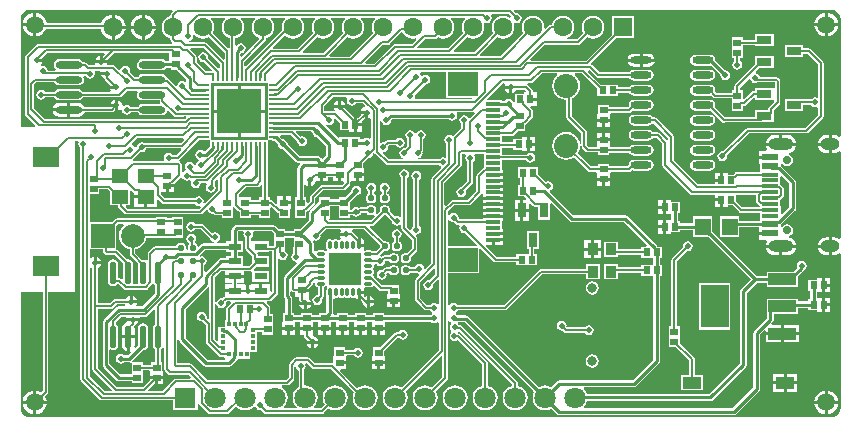
<source format=gtl>
G04*
G04 #@! TF.GenerationSoftware,Altium Limited,Altium Designer,21.8.1 (53)*
G04*
G04 Layer_Physical_Order=1*
G04 Layer_Color=255*
%FSLAX24Y24*%
%MOIN*%
G70*
G04*
G04 #@! TF.SameCoordinates,E0417417-2892-4B46-94DD-8EEE6E3CFD50*
G04*
G04*
G04 #@! TF.FilePolarity,Positive*
G04*
G01*
G75*
%ADD13C,0.0100*%
%ADD17C,0.0060*%
%ADD24O,0.0709X0.0236*%
G04:AMPARAMS|DCode=25|XSize=20mil|YSize=20mil|CornerRadius=5mil|HoleSize=0mil|Usage=FLASHONLY|Rotation=90.000|XOffset=0mil|YOffset=0mil|HoleType=Round|Shape=RoundedRectangle|*
%AMROUNDEDRECTD25*
21,1,0.0200,0.0100,0,0,90.0*
21,1,0.0100,0.0200,0,0,90.0*
1,1,0.0100,0.0050,0.0050*
1,1,0.0100,0.0050,-0.0050*
1,1,0.0100,-0.0050,-0.0050*
1,1,0.0100,-0.0050,0.0050*
%
%ADD25ROUNDEDRECTD25*%
%ADD26R,0.0256X0.0236*%
%ADD27R,0.0893X0.0673*%
%ADD28O,0.0224X0.0768*%
%ADD29R,0.0433X0.0236*%
%ADD30R,0.0236X0.0256*%
%ADD31R,0.0177X0.0118*%
%ADD32R,0.0118X0.0177*%
%ADD33R,0.1055X0.1055*%
%ADD34O,0.0276X0.0110*%
%ADD35O,0.0110X0.0276*%
%ADD36R,0.0551X0.0472*%
%ADD37R,0.1496X0.1496*%
%ADD38R,0.0262X0.0079*%
%ADD39R,0.0079X0.0262*%
G04:AMPARAMS|DCode=40|XSize=20mil|YSize=20mil|CornerRadius=5mil|HoleSize=0mil|Usage=FLASHONLY|Rotation=180.000|XOffset=0mil|YOffset=0mil|HoleType=Round|Shape=RoundedRectangle|*
%AMROUNDEDRECTD40*
21,1,0.0200,0.0100,0,0,180.0*
21,1,0.0100,0.0200,0,0,180.0*
1,1,0.0100,-0.0050,0.0050*
1,1,0.0100,0.0050,0.0050*
1,1,0.0100,0.0050,-0.0050*
1,1,0.0100,-0.0050,-0.0050*
%
%ADD40ROUNDEDRECTD40*%
%ADD41R,0.0366X0.0386*%
%ADD42R,0.0984X0.0787*%
%ADD43R,0.0492X0.0118*%
%ADD44R,0.0276X0.0492*%
%ADD45R,0.0591X0.0394*%
%ADD46R,0.0921X0.1417*%
%ADD47R,0.0921X0.0386*%
%ADD48R,0.0526X0.0574*%
%ADD49R,0.0492X0.0276*%
%ADD50R,0.0571X0.0236*%
%ADD51R,0.0571X0.0118*%
%ADD52O,0.0886X0.0248*%
%ADD95C,0.0200*%
%ADD96C,0.0709*%
%ADD97R,0.0709X0.0709*%
%ADD98C,0.0315*%
%ADD99R,0.0787X0.0787*%
%ADD100C,0.0787*%
%ADD101R,0.0630X0.0630*%
%ADD102C,0.0630*%
%ADD103C,0.0800*%
%ADD104C,0.0276*%
%ADD105O,0.0630X0.0394*%
%ADD106O,0.0827X0.0394*%
%ADD107C,0.0591*%
%ADD108C,0.0240*%
G36*
X16464Y13456D02*
X16461Y13435D01*
X16408Y13413D01*
X16389Y13428D01*
X16298Y13465D01*
X16200Y13478D01*
X16102Y13465D01*
X16011Y13428D01*
X15933Y13367D01*
X15872Y13289D01*
X15835Y13198D01*
X15822Y13100D01*
X15835Y13002D01*
X15872Y12911D01*
X15876Y12906D01*
X15242Y12272D01*
X14567D01*
X14548Y12318D01*
X15006Y12776D01*
X15011Y12772D01*
X15102Y12735D01*
X15200Y12722D01*
X15298Y12735D01*
X15389Y12772D01*
X15467Y12833D01*
X15528Y12911D01*
X15565Y13002D01*
X15578Y13100D01*
X15565Y13198D01*
X15561Y13207D01*
X15571Y13223D01*
X15599Y13247D01*
X15650Y13237D01*
X15712Y13249D01*
X15765Y13285D01*
X15801Y13338D01*
X15813Y13400D01*
X15801Y13462D01*
X15787Y13483D01*
X15814Y13533D01*
X16387D01*
X16464Y13456D01*
D02*
G37*
G36*
X14923Y13396D02*
X14929Y13363D01*
X14872Y13289D01*
X14835Y13198D01*
X14822Y13100D01*
X14835Y13002D01*
X14872Y12911D01*
X14876Y12906D01*
X14362Y12392D01*
X13337D01*
X13318Y12438D01*
X13595Y12715D01*
X13920D01*
X13956Y12722D01*
X13985Y12742D01*
X14014Y12771D01*
X14102Y12735D01*
X14200Y12722D01*
X14298Y12735D01*
X14389Y12772D01*
X14467Y12833D01*
X14528Y12911D01*
X14565Y13002D01*
X14578Y13100D01*
X14565Y13198D01*
X14528Y13289D01*
X14471Y13363D01*
X14477Y13396D01*
X14483Y13413D01*
X14917D01*
X14923Y13396D01*
D02*
G37*
G36*
X11923D02*
X11929Y13363D01*
X11872Y13289D01*
X11835Y13198D01*
X11822Y13100D01*
X11835Y13002D01*
X11872Y12911D01*
X11876Y12906D01*
X11092Y12122D01*
X10417D01*
X10398Y12168D01*
X11006Y12776D01*
X11011Y12772D01*
X11102Y12735D01*
X11200Y12722D01*
X11298Y12735D01*
X11389Y12772D01*
X11467Y12833D01*
X11528Y12911D01*
X11565Y13002D01*
X11578Y13100D01*
X11565Y13198D01*
X11528Y13289D01*
X11471Y13363D01*
X11477Y13396D01*
X11483Y13413D01*
X11917D01*
X11923Y13396D01*
D02*
G37*
G36*
X10923D02*
X10929Y13363D01*
X10872Y13289D01*
X10835Y13198D01*
X10822Y13100D01*
X10835Y13002D01*
X10872Y12911D01*
X10876Y12906D01*
X10212Y12242D01*
X9537D01*
X9518Y12288D01*
X10006Y12776D01*
X10011Y12772D01*
X10102Y12735D01*
X10200Y12722D01*
X10298Y12735D01*
X10389Y12772D01*
X10467Y12833D01*
X10528Y12911D01*
X10565Y13002D01*
X10578Y13100D01*
X10565Y13198D01*
X10528Y13289D01*
X10471Y13363D01*
X10477Y13396D01*
X10483Y13413D01*
X10917D01*
X10923Y13396D01*
D02*
G37*
G36*
X9923D02*
X9929Y13363D01*
X9872Y13289D01*
X9835Y13198D01*
X9822Y13100D01*
X9835Y13002D01*
X9872Y12911D01*
X9876Y12906D01*
X9355Y12384D01*
X8535D01*
X8514Y12434D01*
X8914Y12834D01*
X8933Y12833D01*
X9011Y12772D01*
X9102Y12735D01*
X9200Y12722D01*
X9298Y12735D01*
X9389Y12772D01*
X9467Y12833D01*
X9528Y12911D01*
X9565Y13002D01*
X9578Y13100D01*
X9565Y13198D01*
X9528Y13289D01*
X9471Y13363D01*
X9477Y13396D01*
X9483Y13413D01*
X9917D01*
X9923Y13396D01*
D02*
G37*
G36*
X6923D02*
X6929Y13363D01*
X6872Y13289D01*
X6835Y13198D01*
X6822Y13100D01*
X6835Y13002D01*
X6872Y12911D01*
X6933Y12833D01*
X7011Y12772D01*
X7081Y12743D01*
Y12419D01*
X7031Y12398D01*
X6524Y12906D01*
X6528Y12911D01*
X6565Y13002D01*
X6578Y13100D01*
X6565Y13198D01*
X6528Y13289D01*
X6471Y13363D01*
X6477Y13396D01*
X6483Y13413D01*
X6917D01*
X6923Y13396D01*
D02*
G37*
G36*
X5072Y11982D02*
X5027Y11970D01*
X4960D01*
X4952Y11983D01*
X4891Y12023D01*
X4819Y12038D01*
X4181D01*
X4109Y12023D01*
X4048Y11983D01*
X4008Y11922D01*
X3993Y11850D01*
X4008Y11778D01*
X4048Y11717D01*
X4109Y11677D01*
X4181Y11662D01*
X4819D01*
X4891Y11677D01*
X4952Y11717D01*
X4970Y11746D01*
X5112D01*
Y11687D01*
X5319D01*
X5638Y11369D01*
Y11310D01*
X5588Y11284D01*
X5562Y11301D01*
X5500Y11313D01*
X5438Y11301D01*
X5385Y11265D01*
X5349Y11212D01*
X5339Y11161D01*
X5307Y11145D01*
X5288Y11142D01*
X5051Y11379D01*
X5021Y11399D01*
X4996Y11404D01*
X4992Y11422D01*
X4952Y11483D01*
X4891Y11523D01*
X4819Y11538D01*
X4181D01*
X4109Y11523D01*
X4048Y11483D01*
X4021Y11442D01*
X3938D01*
X3758Y11622D01*
X3763Y11650D01*
X3751Y11712D01*
X3715Y11765D01*
X3662Y11801D01*
X3600Y11813D01*
X3538Y11801D01*
X3485Y11765D01*
X3449Y11712D01*
X3447Y11703D01*
X3393Y11687D01*
X3275Y11805D01*
X3245Y11825D01*
X3210Y11832D01*
X3017D01*
X2990Y11882D01*
X2994Y11900D01*
X2606D01*
X2610Y11882D01*
X2583Y11832D01*
X2388D01*
X2318Y11901D01*
X2289Y11921D01*
X2253Y11928D01*
X2208D01*
X2172Y11983D01*
X2111Y12023D01*
X2039Y12038D01*
X1402D01*
X1330Y12023D01*
X1269Y11983D01*
X1228Y11922D01*
X1214Y11850D01*
X1228Y11778D01*
X1269Y11717D01*
X1286Y11706D01*
X1271Y11656D01*
X1012D01*
X1001Y11712D01*
X965Y11765D01*
X912Y11801D01*
X850Y11813D01*
X808Y11805D01*
X788Y11852D01*
X794Y11856D01*
X838Y11922D01*
X844Y11950D01*
X650D01*
Y12050D01*
X844D01*
X838Y12078D01*
X834Y12084D01*
X988Y12238D01*
X2893D01*
X2912Y12192D01*
X2862Y12142D01*
X2850Y12144D01*
Y12000D01*
X2994D01*
X2992Y12012D01*
X3218Y12238D01*
X5072D01*
Y11982D01*
D02*
G37*
G36*
X7923Y13396D02*
X7929Y13363D01*
X7872Y13289D01*
X7835Y13198D01*
X7822Y13100D01*
X7835Y13002D01*
X7872Y12911D01*
X7933Y12833D01*
X8011Y12772D01*
X8054Y12755D01*
X8066Y12696D01*
X7480Y12109D01*
X7433Y12129D01*
Y12191D01*
X7450Y12237D01*
X7512Y12249D01*
X7565Y12285D01*
X7601Y12338D01*
X7613Y12400D01*
X7601Y12462D01*
X7565Y12515D01*
X7512Y12551D01*
X7450Y12563D01*
X7388Y12551D01*
X7335Y12515D01*
X7315Y12486D01*
X7265Y12501D01*
Y12730D01*
X7298Y12735D01*
X7389Y12772D01*
X7467Y12833D01*
X7528Y12911D01*
X7565Y13002D01*
X7578Y13100D01*
X7565Y13198D01*
X7528Y13289D01*
X7471Y13363D01*
X7477Y13396D01*
X7483Y13413D01*
X7917D01*
X7923Y13396D01*
D02*
G37*
G36*
X5933Y12833D02*
X6011Y12772D01*
X6102Y12735D01*
X6200Y12722D01*
X6298Y12735D01*
X6389Y12772D01*
X6394Y12776D01*
X6915Y12256D01*
Y12036D01*
X6865Y12015D01*
X6315Y12565D01*
X6285Y12585D01*
X6250Y12592D01*
X5730D01*
X5725Y12642D01*
X5762Y12649D01*
X5815Y12685D01*
X5851Y12738D01*
X5863Y12800D01*
X5862Y12807D01*
X5902Y12863D01*
X5908Y12864D01*
X5933Y12833D01*
D02*
G37*
G36*
X12869Y12920D02*
X12872Y12911D01*
X12933Y12833D01*
X13011Y12772D01*
X13102Y12735D01*
X13200Y12722D01*
X13282Y12733D01*
X13307Y12686D01*
X13162Y12542D01*
X12600D01*
X12565Y12535D01*
X12535Y12515D01*
X11902Y11882D01*
X11627D01*
X11608Y11928D01*
X12188Y12508D01*
X12348D01*
X12383Y12515D01*
X12413Y12535D01*
X12810Y12932D01*
X12869Y12920D01*
D02*
G37*
G36*
X8923Y13396D02*
X8929Y13363D01*
X8872Y13289D01*
X8835Y13198D01*
X8822Y13100D01*
X8833Y13013D01*
X7620Y11800D01*
X7570Y11821D01*
Y11941D01*
X8260Y12630D01*
X8280Y12660D01*
X8287Y12695D01*
Y12733D01*
X8298Y12735D01*
X8389Y12772D01*
X8467Y12833D01*
X8528Y12911D01*
X8565Y13002D01*
X8578Y13100D01*
X8565Y13198D01*
X8528Y13289D01*
X8471Y13363D01*
X8477Y13396D01*
X8483Y13413D01*
X8917D01*
X8923Y13396D01*
D02*
G37*
G36*
X6757Y11863D02*
Y11743D01*
X6707Y11723D01*
X6358Y12072D01*
X6363Y12100D01*
X6351Y12162D01*
X6315Y12215D01*
X6262Y12251D01*
X6200Y12263D01*
X6138Y12251D01*
X6085Y12215D01*
X6049Y12162D01*
X6037Y12100D01*
X6049Y12038D01*
X6085Y11985D01*
X6138Y11949D01*
X6200Y11937D01*
X6228Y11942D01*
X6483Y11687D01*
X6462Y11637D01*
X6292D01*
X5982Y11948D01*
Y12110D01*
X5975Y12145D01*
X5955Y12175D01*
X5768Y12362D01*
X5787Y12408D01*
X6212D01*
X6757Y11863D01*
D02*
G37*
G36*
X2804Y11600D02*
X3000D01*
Y11500D01*
X2806D01*
X2812Y11472D01*
X2856Y11406D01*
X2915Y11366D01*
X2915Y11365D01*
X2935Y11335D01*
X3108Y11162D01*
X3106Y11150D01*
X3300D01*
Y11050D01*
X3106D01*
X3112Y11022D01*
X3132Y10992D01*
X3105Y10942D01*
X2199D01*
X2172Y10983D01*
X2111Y11023D01*
X2039Y11038D01*
X1402D01*
X1330Y11023D01*
X1269Y10983D01*
X1242Y10942D01*
X931D01*
X915Y10965D01*
X862Y11001D01*
X800Y11013D01*
X738Y11001D01*
X685Y10965D01*
X649Y10912D01*
X637Y10850D01*
X649Y10788D01*
X685Y10735D01*
X738Y10699D01*
X800Y10687D01*
X862Y10699D01*
X915Y10735D01*
X931Y10758D01*
X1242D01*
X1269Y10717D01*
X1330Y10677D01*
X1402Y10662D01*
X2039D01*
X2111Y10677D01*
X2172Y10717D01*
X2199Y10758D01*
X3410D01*
X3445Y10765D01*
X3475Y10785D01*
X3662Y10972D01*
X3988D01*
X4012Y10928D01*
X4008Y10922D01*
X3993Y10850D01*
X4008Y10778D01*
X4048Y10717D01*
X4109Y10677D01*
X4181Y10662D01*
X4754D01*
Y10636D01*
X4761Y10601D01*
X4769Y10588D01*
X4747Y10538D01*
X4181D01*
X4109Y10523D01*
X4048Y10483D01*
X4021Y10442D01*
X3781D01*
X3765Y10465D01*
X3712Y10501D01*
X3650Y10513D01*
X3588Y10501D01*
X3550Y10476D01*
X3514Y10495D01*
X3504Y10502D01*
X3488Y10578D01*
X3444Y10644D01*
X3378Y10688D01*
X3350Y10694D01*
Y10500D01*
Y10306D01*
X3378Y10312D01*
X3439Y10353D01*
X3444Y10352D01*
X3463Y10347D01*
X3490Y10334D01*
X3499Y10288D01*
X3535Y10235D01*
X3588Y10199D01*
X3650Y10187D01*
X3712Y10199D01*
X3765Y10235D01*
X3781Y10258D01*
X4021D01*
X4048Y10217D01*
X4109Y10177D01*
X4181Y10162D01*
X4819D01*
X4891Y10177D01*
X4952Y10217D01*
X4992Y10278D01*
X4995Y10294D01*
X5043Y10308D01*
X5226Y10126D01*
X5256Y10106D01*
X5291Y10099D01*
X5499D01*
X5534Y10106D01*
X5564Y10126D01*
X5568Y10129D01*
X5624D01*
X5645Y10079D01*
X5607Y10042D01*
X938D01*
X562Y10418D01*
Y11182D01*
X638Y11258D01*
X1242D01*
X1269Y11217D01*
X1330Y11177D01*
X1402Y11162D01*
X2039D01*
X2111Y11177D01*
X2172Y11217D01*
X2213Y11278D01*
X2227Y11350D01*
X2213Y11422D01*
X2208Y11428D01*
X2232Y11472D01*
X2285D01*
X2310Y11435D01*
X2363Y11399D01*
X2425Y11387D01*
X2487Y11399D01*
X2540Y11435D01*
X2576Y11488D01*
X2588Y11550D01*
X2579Y11598D01*
X2607Y11648D01*
X2770D01*
X2804Y11600D01*
D02*
G37*
G36*
X27165Y13667D02*
X27238Y13657D01*
X27306Y13629D01*
X27364Y13585D01*
X27409Y13526D01*
X27437Y13459D01*
X27446Y13386D01*
X27447D01*
Y9465D01*
X27397Y9440D01*
X27371Y9460D01*
X27299Y9490D01*
X27221Y9500D01*
X27153D01*
Y9201D01*
Y8901D01*
X27221D01*
X27299Y8912D01*
X27371Y8941D01*
X27397Y8962D01*
X27447Y8937D01*
Y6063D01*
X27397Y6038D01*
X27371Y6059D01*
X27299Y6088D01*
X27221Y6099D01*
X27153D01*
Y5799D01*
Y5500D01*
X27221D01*
X27299Y5510D01*
X27371Y5540D01*
X27397Y5560D01*
X27447Y5535D01*
Y394D01*
X27446D01*
X27437Y321D01*
X27409Y253D01*
X27364Y195D01*
X27306Y150D01*
X27238Y122D01*
X27165Y113D01*
Y112D01*
X394D01*
Y113D01*
X321Y122D01*
X253Y150D01*
X195Y195D01*
X150Y253D01*
X122Y321D01*
X113Y394D01*
X112D01*
Y4270D01*
X858D01*
Y988D01*
X799Y929D01*
X790Y936D01*
X694Y976D01*
X641Y983D01*
Y641D01*
X983D01*
X976Y694D01*
X936Y790D01*
X929Y799D01*
X1015Y885D01*
X1035Y915D01*
X1042Y950D01*
Y4270D01*
X1970D01*
X1920Y4320D01*
Y9308D01*
X2027D01*
X2047Y9270D01*
X2048Y9258D01*
X2037Y9200D01*
X2049Y9138D01*
X2085Y9085D01*
X2108Y9069D01*
Y1380D01*
X2115Y1345D01*
X2135Y1315D01*
X2765Y685D01*
X2795Y665D01*
X2830Y658D01*
X5186D01*
Y336D01*
X6014D01*
Y536D01*
X6064Y541D01*
X6065Y537D01*
X6085Y507D01*
X6357Y235D01*
X6387Y215D01*
X6422Y208D01*
X7000D01*
X7035Y215D01*
X7065Y235D01*
X7286Y456D01*
X7304Y454D01*
X7391Y388D01*
X7492Y346D01*
X7600Y332D01*
X7708Y346D01*
X7809Y388D01*
X7896Y454D01*
X7949Y441D01*
X7949Y438D01*
X7985Y385D01*
X8038Y349D01*
X8100Y337D01*
X8128Y342D01*
X8229Y241D01*
X8259Y221D01*
X8294Y214D01*
X10156D01*
X10191Y221D01*
X10221Y241D01*
X10378Y398D01*
X10391Y388D01*
X10492Y346D01*
X10600Y332D01*
X10708Y346D01*
X10809Y388D01*
X10896Y454D01*
X10962Y541D01*
X11004Y642D01*
X11018Y750D01*
X11004Y858D01*
X10962Y959D01*
X10896Y1045D01*
X10809Y1112D01*
X10708Y1154D01*
X10600Y1168D01*
X10492Y1154D01*
X10391Y1112D01*
X10304Y1045D01*
X10238Y959D01*
X10196Y858D01*
X10182Y750D01*
X10196Y642D01*
X10238Y541D01*
X10248Y528D01*
X10118Y397D01*
X9899D01*
X9883Y445D01*
X9895Y454D01*
X9962Y541D01*
X10004Y642D01*
X10018Y750D01*
X10004Y858D01*
X9962Y959D01*
X9895Y1045D01*
X9809Y1112D01*
X9708Y1154D01*
X9600Y1168D01*
X9569Y1195D01*
Y1689D01*
X9601Y1738D01*
X9613Y1800D01*
X9603Y1853D01*
X9631Y1898D01*
X9669Y1901D01*
X9835Y1735D01*
X9865Y1715D01*
X9900Y1708D01*
X10454D01*
X11228Y934D01*
X11196Y858D01*
X11182Y750D01*
X11196Y642D01*
X11238Y541D01*
X11305Y454D01*
X11391Y388D01*
X11492Y346D01*
X11600Y332D01*
X11708Y346D01*
X11809Y388D01*
X11896Y454D01*
X11962Y541D01*
X12004Y642D01*
X12018Y750D01*
X12004Y858D01*
X11962Y959D01*
X11896Y1045D01*
X11809Y1112D01*
X11708Y1154D01*
X11600Y1168D01*
X11492Y1154D01*
X11391Y1112D01*
X11345Y1077D01*
X10771Y1651D01*
X10790Y1697D01*
X10978D01*
Y1865D01*
X10750D01*
Y1965D01*
X10978D01*
Y2133D01*
X11018Y2158D01*
X11219D01*
X11235Y2135D01*
X11288Y2099D01*
X11350Y2087D01*
X11412Y2099D01*
X11465Y2135D01*
X11501Y2188D01*
X11513Y2250D01*
X11501Y2312D01*
X11465Y2365D01*
X11412Y2401D01*
X11350Y2413D01*
X11288Y2401D01*
X11235Y2365D01*
X11219Y2342D01*
X10938D01*
Y2428D01*
X10562D01*
Y2133D01*
X10522D01*
Y1916D01*
X10492Y1892D01*
X9938D01*
X9765Y2065D01*
X9735Y2085D01*
X9700Y2092D01*
X9300D01*
X9265Y2085D01*
X9235Y2065D01*
X9085Y1915D01*
X9065Y1885D01*
X9058Y1850D01*
Y1438D01*
X8962Y1342D01*
X6338D01*
X5815Y1865D01*
X5785Y1885D01*
X5750Y1892D01*
X5342D01*
Y2675D01*
X5392Y2680D01*
X5396Y2657D01*
X5421Y2621D01*
X6221Y1821D01*
X6221Y1821D01*
X6257Y1796D01*
X6300Y1788D01*
X6300Y1788D01*
X7060D01*
X7060Y1788D01*
X7103Y1796D01*
X7140Y1821D01*
X7322Y2003D01*
X7322Y2003D01*
X7347Y2040D01*
X7349Y2050D01*
X7527D01*
Y2050D01*
X7765D01*
Y2286D01*
X8001D01*
Y2483D01*
Y2877D01*
X8001D01*
Y2941D01*
X8162D01*
Y2855D01*
X8538D01*
Y3189D01*
Y3545D01*
X8442D01*
Y3750D01*
X8435Y3785D01*
X8415Y3815D01*
X8318Y3912D01*
X8337Y3958D01*
X8400D01*
X8435Y3965D01*
X8465Y3985D01*
X8665Y4185D01*
X8685Y4215D01*
X8692Y4250D01*
Y5359D01*
X8713Y5372D01*
X8742Y5380D01*
X8788Y5349D01*
X8850Y5337D01*
X8912Y5349D01*
X8965Y5385D01*
X9001Y5438D01*
X9013Y5500D01*
X9001Y5562D01*
X8965Y5615D01*
X8933Y5637D01*
X8938Y5687D01*
X8938D01*
Y6088D01*
X9212D01*
Y5794D01*
X9208Y5775D01*
Y5581D01*
X9185Y5565D01*
X9149Y5512D01*
X9137Y5450D01*
X9149Y5388D01*
X9185Y5335D01*
X9238Y5299D01*
X9300Y5287D01*
X9309Y5289D01*
X9334Y5243D01*
X8912Y4821D01*
X8888Y4784D01*
X8879Y4741D01*
X8879Y4741D01*
Y4134D01*
X8879Y4134D01*
X8888Y4091D01*
X8912Y4055D01*
X8938Y4029D01*
Y3578D01*
X8862D01*
Y3283D01*
X8822D01*
Y3115D01*
X9050D01*
X9278D01*
Y3283D01*
X9326Y3288D01*
X9374D01*
X9422Y3283D01*
Y3115D01*
X9650D01*
X9878D01*
Y3283D01*
X9926Y3288D01*
X9974D01*
X10022Y3283D01*
Y3115D01*
X10250D01*
X10478D01*
Y3283D01*
X10526Y3288D01*
X10574D01*
X10622Y3283D01*
Y3115D01*
X10850D01*
X11078D01*
Y3283D01*
X11126Y3288D01*
X11174D01*
X11222Y3283D01*
Y3115D01*
X11450D01*
X11678D01*
Y3283D01*
X11726Y3288D01*
X11774D01*
X11822Y3283D01*
Y3115D01*
X12050D01*
X12278D01*
Y3283D01*
X12326Y3288D01*
X13783D01*
X13785Y3285D01*
X13838Y3249D01*
X13900Y3237D01*
X13962Y3249D01*
X14006Y3278D01*
X14040Y3268D01*
X14056Y3256D01*
Y2336D01*
X12822Y1102D01*
X12809Y1112D01*
X12708Y1154D01*
X12600Y1168D01*
X12492Y1154D01*
X12391Y1112D01*
X12305Y1045D01*
X12238Y959D01*
X12196Y858D01*
X12182Y750D01*
X12196Y642D01*
X12238Y541D01*
X12305Y454D01*
X12391Y388D01*
X12492Y346D01*
X12600Y332D01*
X12708Y346D01*
X12809Y388D01*
X12895Y454D01*
X12962Y541D01*
X13004Y642D01*
X13018Y750D01*
X13004Y858D01*
X12962Y959D01*
X12952Y972D01*
X14130Y2150D01*
X14176Y2131D01*
Y1456D01*
X13822Y1102D01*
X13809Y1112D01*
X13708Y1154D01*
X13600Y1168D01*
X13492Y1154D01*
X13391Y1112D01*
X13305Y1045D01*
X13238Y959D01*
X13196Y858D01*
X13182Y750D01*
X13196Y642D01*
X13238Y541D01*
X13305Y454D01*
X13391Y388D01*
X13492Y346D01*
X13600Y332D01*
X13708Y346D01*
X13809Y388D01*
X13895Y454D01*
X13962Y541D01*
X14004Y642D01*
X14018Y750D01*
X14004Y858D01*
X13962Y959D01*
X13952Y972D01*
X14333Y1353D01*
X14353Y1383D01*
X14360Y1418D01*
Y3307D01*
X14410Y3322D01*
X14435Y3285D01*
X14457Y3270D01*
X14466Y3216D01*
X14463Y3210D01*
X14431Y3162D01*
X14418Y3100D01*
X14431Y3038D01*
X14466Y2985D01*
X14470Y2982D01*
Y2922D01*
X14460Y2915D01*
X14424Y2862D01*
X14412Y2800D01*
X14424Y2738D01*
X14460Y2685D01*
X14513Y2649D01*
X14575Y2637D01*
X14637Y2649D01*
X14687Y2683D01*
X15508Y1862D01*
Y1156D01*
X15492Y1154D01*
X15391Y1112D01*
X15304Y1045D01*
X15238Y959D01*
X15196Y858D01*
X15182Y750D01*
X15196Y642D01*
X15238Y541D01*
X15304Y454D01*
X15391Y388D01*
X15492Y346D01*
X15600Y332D01*
X15708Y346D01*
X15809Y388D01*
X15896Y454D01*
X15962Y541D01*
X16004Y642D01*
X16018Y750D01*
X16004Y858D01*
X15962Y959D01*
X15896Y1045D01*
X15809Y1112D01*
X15708Y1154D01*
X15692Y1156D01*
Y1900D01*
X15685Y1935D01*
X15665Y1965D01*
X14765Y2865D01*
X14735Y2885D01*
X14707Y2890D01*
X14690Y2915D01*
X14714Y2959D01*
X14737Y2978D01*
X14743Y2977D01*
X16508Y1212D01*
Y1156D01*
X16492Y1154D01*
X16391Y1112D01*
X16305Y1045D01*
X16238Y959D01*
X16196Y858D01*
X16182Y750D01*
X16196Y642D01*
X16238Y541D01*
X16305Y454D01*
X16391Y388D01*
X16492Y346D01*
X16600Y332D01*
X16708Y346D01*
X16809Y388D01*
X16896Y454D01*
X16962Y541D01*
X17004Y642D01*
X17018Y750D01*
X17004Y858D01*
X16962Y959D01*
X16896Y1045D01*
X16809Y1112D01*
X16708Y1154D01*
X16692Y1156D01*
Y1250D01*
X16685Y1285D01*
X16665Y1315D01*
X14836Y3144D01*
X14806Y3164D01*
X14771Y3171D01*
X14727D01*
X14697Y3215D01*
X14685Y3223D01*
X14700Y3273D01*
X14918D01*
X17236Y955D01*
X17196Y858D01*
X17182Y750D01*
X17196Y642D01*
X17238Y541D01*
X17305Y454D01*
X17391Y388D01*
X17492Y346D01*
X17600Y332D01*
X17708Y346D01*
X17805Y386D01*
X17985Y206D01*
X17985Y206D01*
X18021Y182D01*
X18064Y174D01*
X18064Y174D01*
X23886D01*
X23886Y174D01*
X23929Y182D01*
X23965Y206D01*
X24729Y971D01*
X24729Y971D01*
X24754Y1007D01*
X24762Y1050D01*
X24762Y1050D01*
Y2854D01*
X24904Y2995D01*
X24950Y2976D01*
Y2935D01*
X25460D01*
Y3178D01*
X25152D01*
X25133Y3224D01*
X25179Y3271D01*
X25179Y3271D01*
X25203Y3307D01*
X25212Y3350D01*
X25212Y3350D01*
Y3538D01*
X26031D01*
Y3738D01*
X26372D01*
Y3662D01*
X26667D01*
Y3622D01*
X26835D01*
Y3850D01*
Y4078D01*
X26667D01*
X26662Y4126D01*
Y4224D01*
X26667Y4272D01*
X26835D01*
Y4500D01*
Y4728D01*
X26667D01*
Y4688D01*
X26372D01*
Y4312D01*
X26438D01*
Y4038D01*
X26372D01*
Y3962D01*
X26031D01*
Y4043D01*
X24990D01*
Y3658D01*
X24988Y3648D01*
X24988Y3648D01*
Y3396D01*
X24571Y2979D01*
X24546Y2943D01*
X24538Y2900D01*
X24538Y2900D01*
Y1096D01*
X23839Y398D01*
X18899D01*
X18883Y445D01*
X18895Y454D01*
X18962Y541D01*
X19004Y642D01*
X19004Y648D01*
X23110D01*
X23110Y648D01*
X23153Y656D01*
X23189Y681D01*
X24279Y1771D01*
X24279Y1771D01*
X24304Y1807D01*
X24312Y1850D01*
X24312Y1850D01*
Y4245D01*
X24651Y4584D01*
X24990D01*
Y4443D01*
X26031D01*
Y4790D01*
X26210Y4969D01*
X26210Y4969D01*
X26234Y5006D01*
X26236Y5015D01*
X26265Y5035D01*
X26301Y5088D01*
X26313Y5150D01*
X26301Y5212D01*
X26265Y5265D01*
X26212Y5301D01*
X26150Y5313D01*
X26088Y5301D01*
X26035Y5265D01*
X25999Y5212D01*
X25987Y5150D01*
X25999Y5088D01*
X26004Y5080D01*
X25872Y4949D01*
X24990D01*
Y4808D01*
X24651D01*
X23173Y6286D01*
Y6797D01*
X22527D01*
Y6562D01*
X22095D01*
Y6638D01*
X22029D01*
Y6912D01*
X22095D01*
Y7288D01*
X21801D01*
Y7328D01*
X21633D01*
Y7100D01*
Y6872D01*
X21801D01*
X21805Y6824D01*
Y6726D01*
X21801Y6678D01*
X21633D01*
Y6450D01*
Y6222D01*
X21801D01*
Y6262D01*
X22095D01*
Y6338D01*
X22527D01*
Y6103D01*
X23039D01*
X24446Y4696D01*
X24121Y4371D01*
X24096Y4335D01*
X24088Y4292D01*
X24088Y4292D01*
Y1896D01*
X23064Y872D01*
X18998D01*
X18962Y959D01*
X18895Y1045D01*
X18883Y1055D01*
X18899Y1102D01*
X20564D01*
X20564Y1102D01*
X20607Y1111D01*
X20644Y1135D01*
X21397Y1888D01*
X21397Y1888D01*
X21421Y1924D01*
X21429Y1967D01*
Y4812D01*
X21495D01*
Y5188D01*
X21429D01*
Y5412D01*
X21495D01*
Y5788D01*
X21346D01*
X21329Y5814D01*
X21329Y5814D01*
X20352Y6791D01*
X20315Y6815D01*
X20273Y6824D01*
X20273Y6824D01*
X18538D01*
X17760Y7602D01*
X17775Y7658D01*
X17815Y7685D01*
X17851Y7738D01*
X17863Y7800D01*
X17851Y7862D01*
X17815Y7915D01*
X17762Y7951D01*
X17700Y7963D01*
X17638Y7951D01*
X17627Y7943D01*
X17378Y8192D01*
Y8438D01*
X16687D01*
Y8062D01*
X16774D01*
Y7838D01*
X16687D01*
Y7462D01*
X16886D01*
X16889Y7458D01*
X16962Y7384D01*
X16943Y7338D01*
X16876D01*
Y7042D01*
X17064D01*
Y7218D01*
X17110Y7237D01*
X17204Y7143D01*
X17233Y7123D01*
X17268Y7116D01*
X17376D01*
Y6686D01*
X17772D01*
Y7207D01*
X17818Y7226D01*
X18412Y6632D01*
X18448Y6608D01*
X18491Y6600D01*
X18491Y6600D01*
X20226D01*
X20992Y5834D01*
X20972Y5788D01*
X20805D01*
Y5692D01*
X20043D01*
Y5953D01*
X19557D01*
Y5447D01*
X20043D01*
Y5508D01*
X20805D01*
Y5412D01*
X21205D01*
Y5188D01*
X20805D01*
Y5092D01*
X20043D01*
Y5203D01*
X19557D01*
Y4697D01*
X20043D01*
Y4908D01*
X20805D01*
Y4812D01*
X21205D01*
Y2014D01*
X20518Y1326D01*
X18064D01*
X18064Y1326D01*
X18021Y1318D01*
X17985Y1294D01*
X17985Y1294D01*
X17805Y1114D01*
X17708Y1154D01*
X17600Y1168D01*
X17492Y1154D01*
X17395Y1114D01*
X15044Y3465D01*
X15008Y3489D01*
X14965Y3497D01*
X14965Y3497D01*
X14677D01*
X14665Y3515D01*
X14615Y3549D01*
X14612Y3570D01*
Y3580D01*
X14615Y3601D01*
X14665Y3635D01*
X14681Y3658D01*
X16270D01*
X16305Y3665D01*
X16335Y3685D01*
X17508Y4858D01*
X18951D01*
Y4697D01*
X19437D01*
Y5203D01*
X18951D01*
Y5042D01*
X17470D01*
X17435Y5035D01*
X17405Y5015D01*
X16232Y3842D01*
X14681D01*
X14665Y3865D01*
X14612Y3901D01*
X14550Y3913D01*
X14488Y3901D01*
X14435Y3865D01*
X14410Y3828D01*
X14360Y3843D01*
Y4896D01*
X15402D01*
Y5703D01*
X15448Y5722D01*
X15885Y5285D01*
X15915Y5265D01*
X15950Y5258D01*
X16637D01*
Y5162D01*
X17328D01*
Y5538D01*
X17242D01*
Y5702D01*
X17398D01*
Y6314D01*
X17002D01*
Y5702D01*
X17058D01*
Y5538D01*
X16637D01*
Y5442D01*
X15988D01*
X15620Y5810D01*
X15639Y5856D01*
X15814D01*
Y6015D01*
X15864D01*
Y6065D01*
X16210D01*
Y6162D01*
X15864D01*
Y6262D01*
X16210D01*
Y6371D01*
X16170D01*
Y6644D01*
X16210D01*
Y6753D01*
X15864D01*
X15518D01*
Y6698D01*
X14747D01*
X14711Y6739D01*
X14713Y6750D01*
X14701Y6812D01*
X14665Y6865D01*
X14612Y6901D01*
X14550Y6913D01*
X14488Y6901D01*
X14435Y6865D01*
X14410Y6828D01*
X14360Y6843D01*
Y6962D01*
X14556Y7158D01*
X15050D01*
X15085Y7165D01*
X15115Y7185D01*
X15465Y7535D01*
X15468Y7539D01*
X15518Y7524D01*
Y7443D01*
X15864D01*
X16210D01*
Y7540D01*
X15864D01*
Y7640D01*
X16210D01*
Y7737D01*
X15864D01*
Y7837D01*
X16210D01*
Y7934D01*
X15864D01*
Y8034D01*
X16210D01*
Y8131D01*
X15864D01*
Y8231D01*
X16210D01*
Y8340D01*
X16170D01*
Y8669D01*
X16962D01*
X16985Y8635D01*
X17038Y8599D01*
X17100Y8587D01*
X17162Y8599D01*
X17215Y8635D01*
X17251Y8688D01*
X17263Y8750D01*
X17251Y8812D01*
X17215Y8865D01*
X17162Y8901D01*
X17100Y8913D01*
X17038Y8901D01*
X16985Y8865D01*
X16976Y8852D01*
X16170D01*
Y9073D01*
X16537D01*
Y9012D01*
X16832D01*
Y8972D01*
X17000D01*
Y9200D01*
Y9428D01*
X16832D01*
Y9388D01*
X16537D01*
Y9257D01*
X16170D01*
Y9467D01*
X16501D01*
X16536Y9474D01*
X16566Y9494D01*
X16710Y9637D01*
X16938D01*
Y9855D01*
X16950Y9857D01*
X16980Y9877D01*
X17165Y10062D01*
X17185Y10092D01*
X17192Y10127D01*
Y10300D01*
X17185Y10335D01*
X17165Y10365D01*
X17104Y10426D01*
X17123Y10472D01*
X17318D01*
Y10650D01*
X17100D01*
Y10750D01*
X17318D01*
Y10928D01*
X17192D01*
Y10965D01*
X17185Y11000D01*
X17165Y11030D01*
X17030Y11165D01*
X17002Y11183D01*
X17002Y11187D01*
X17019Y11233D01*
X17125D01*
X17160Y11240D01*
X17190Y11260D01*
X17488Y11558D01*
X17994D01*
X18011Y11508D01*
X17972Y11478D01*
X17898Y11382D01*
X17852Y11270D01*
X17836Y11150D01*
X17852Y11030D01*
X17898Y10918D01*
X17972Y10822D01*
X18068Y10748D01*
X18180Y10702D01*
X18300Y10686D01*
X18308Y10679D01*
Y10100D01*
X18315Y10065D01*
X18335Y10035D01*
X18808Y9562D01*
Y9197D01*
X18758Y9194D01*
X18748Y9270D01*
X18702Y9382D01*
X18628Y9478D01*
X18532Y9552D01*
X18420Y9598D01*
X18300Y9614D01*
X18180Y9598D01*
X18068Y9552D01*
X17972Y9478D01*
X17898Y9382D01*
X17852Y9270D01*
X17836Y9150D01*
X17852Y9030D01*
X17898Y8918D01*
X17972Y8822D01*
X18068Y8748D01*
X18180Y8702D01*
X18300Y8686D01*
X18420Y8702D01*
X18532Y8748D01*
X18555Y8766D01*
X19018Y8302D01*
X19048Y8283D01*
X19083Y8276D01*
X19282D01*
X19322Y8251D01*
Y8083D01*
X19550D01*
X19778D01*
Y8251D01*
X19818Y8276D01*
X20402D01*
X20437Y8283D01*
X20467Y8302D01*
X20496Y8332D01*
X20564Y8318D01*
X21036D01*
X21106Y8332D01*
X21165Y8372D01*
X21204Y8431D01*
X21218Y8500D01*
X21204Y8569D01*
X21165Y8628D01*
X21106Y8668D01*
X21036Y8682D01*
X20564D01*
X20494Y8668D01*
X20435Y8628D01*
X20396Y8569D01*
X20382Y8500D01*
X20345Y8459D01*
X19738D01*
Y8545D01*
X19362D01*
Y8459D01*
X19121D01*
X18684Y8895D01*
X18702Y8918D01*
X18748Y9030D01*
X18761Y9130D01*
X18812Y9131D01*
X18815Y9115D01*
X18835Y9085D01*
X18970Y8950D01*
X19000Y8931D01*
X19035Y8924D01*
X19362D01*
Y8837D01*
X19738D01*
Y8908D01*
X20411D01*
X20435Y8872D01*
X20494Y8832D01*
X20564Y8818D01*
X21036D01*
X21106Y8832D01*
X21165Y8872D01*
X21204Y8931D01*
X21218Y9000D01*
X21204Y9069D01*
X21165Y9128D01*
X21106Y9168D01*
X21036Y9182D01*
X20564D01*
X20494Y9168D01*
X20435Y9128D01*
X20411Y9092D01*
X19802D01*
X19778Y9132D01*
Y9300D01*
X19550D01*
X19322D01*
Y9132D01*
X19282Y9107D01*
X19073D01*
X18992Y9188D01*
Y9600D01*
X18985Y9635D01*
X18965Y9665D01*
X18492Y10138D01*
Y10732D01*
X18532Y10748D01*
X18628Y10822D01*
X18702Y10918D01*
X18748Y11030D01*
X18764Y11150D01*
X18748Y11270D01*
X18702Y11382D01*
X18628Y11478D01*
X18589Y11508D01*
X18606Y11558D01*
X18827D01*
X19337Y11048D01*
Y10812D01*
X20028D01*
Y10908D01*
X20411D01*
X20435Y10872D01*
X20494Y10832D01*
X20564Y10818D01*
X21036D01*
X21106Y10832D01*
X21165Y10872D01*
X21204Y10931D01*
X21218Y11000D01*
X21204Y11069D01*
X21165Y11128D01*
X21106Y11168D01*
X21036Y11182D01*
X20564D01*
X20494Y11168D01*
X20435Y11128D01*
X20411Y11092D01*
X20028D01*
Y11188D01*
X19457D01*
X19033Y11612D01*
X19051Y11665D01*
X19078Y11668D01*
X19312Y11435D01*
X19341Y11415D01*
X19377Y11408D01*
X20411D01*
X20435Y11372D01*
X20494Y11332D01*
X20564Y11318D01*
X21036D01*
X21106Y11332D01*
X21165Y11372D01*
X21204Y11431D01*
X21218Y11500D01*
X21204Y11569D01*
X21165Y11628D01*
X21106Y11668D01*
X21036Y11682D01*
X20564D01*
X20494Y11668D01*
X20435Y11628D01*
X20411Y11592D01*
X19415D01*
X19171Y11835D01*
X19150Y11849D01*
X19139Y11886D01*
X19137Y11907D01*
X19955Y12725D01*
X20575D01*
Y13475D01*
X19825D01*
Y12855D01*
X18952Y11982D01*
X17127D01*
X17108Y12028D01*
X17588Y12508D01*
X18700D01*
X18735Y12515D01*
X18765Y12535D01*
X19006Y12776D01*
X19011Y12772D01*
X19102Y12735D01*
X19200Y12722D01*
X19298Y12735D01*
X19389Y12772D01*
X19467Y12833D01*
X19528Y12911D01*
X19565Y13002D01*
X19578Y13100D01*
X19565Y13198D01*
X19528Y13289D01*
X19467Y13367D01*
X19389Y13428D01*
X19298Y13465D01*
X19200Y13478D01*
X19102Y13465D01*
X19011Y13428D01*
X18933Y13367D01*
X18872Y13289D01*
X18835Y13198D01*
X18822Y13100D01*
X18835Y13002D01*
X18872Y12911D01*
X18876Y12906D01*
X18662Y12692D01*
X18325D01*
X18315Y12742D01*
X18389Y12772D01*
X18467Y12833D01*
X18528Y12911D01*
X18565Y13002D01*
X18578Y13100D01*
X18565Y13198D01*
X18528Y13289D01*
X18467Y13367D01*
X18389Y13428D01*
X18298Y13465D01*
X18200Y13478D01*
X18102Y13465D01*
X18011Y13428D01*
X17933Y13367D01*
X17872Y13289D01*
X17835Y13198D01*
X17833Y13187D01*
X17795D01*
X17760Y13180D01*
X17730Y13160D01*
X17622Y13052D01*
X17575Y13075D01*
X17578Y13100D01*
X17565Y13198D01*
X17528Y13289D01*
X17467Y13367D01*
X17389Y13428D01*
X17298Y13465D01*
X17200Y13478D01*
X17102Y13465D01*
X17011Y13428D01*
X16933Y13367D01*
X16872Y13289D01*
X16835Y13198D01*
X16822Y13100D01*
X16835Y13002D01*
X16872Y12911D01*
X16876Y12906D01*
X16114Y12144D01*
X15439D01*
X15420Y12190D01*
X16006Y12776D01*
X16011Y12772D01*
X16102Y12735D01*
X16200Y12722D01*
X16298Y12735D01*
X16389Y12772D01*
X16467Y12833D01*
X16528Y12911D01*
X16565Y13002D01*
X16578Y13100D01*
X16565Y13198D01*
X16561Y13207D01*
X16571Y13223D01*
X16599Y13247D01*
X16650Y13237D01*
X16712Y13249D01*
X16765Y13285D01*
X16801Y13338D01*
X16813Y13400D01*
X16801Y13462D01*
X16765Y13515D01*
X16712Y13551D01*
X16650Y13563D01*
X16622Y13558D01*
X16559Y13621D01*
X16578Y13667D01*
X27165D01*
Y13667D01*
D02*
G37*
G36*
X8354Y11108D02*
X8354D01*
Y10909D01*
Y10752D01*
Y10594D01*
Y10437D01*
Y10279D01*
X8354D01*
Y10163D01*
X8354D01*
Y9964D01*
Y9807D01*
Y9649D01*
Y9492D01*
X8354D01*
Y9346D01*
X6446D01*
Y9492D01*
Y9649D01*
Y9807D01*
Y9964D01*
Y10122D01*
Y10279D01*
Y10437D01*
Y10594D01*
Y10752D01*
Y10909D01*
Y11067D01*
Y11254D01*
X6592D01*
Y11254D01*
X7263D01*
Y11254D01*
X7379D01*
Y11254D01*
X8208D01*
Y11254D01*
X8354D01*
Y11108D01*
D02*
G37*
G36*
X14298Y10755D02*
X15169D01*
X15195Y10705D01*
X15186Y10692D01*
X13273D01*
X13253Y10730D01*
X13252Y10742D01*
X13263Y10800D01*
X13253Y10849D01*
X13593Y11188D01*
X13600Y11187D01*
X13662Y11199D01*
X13715Y11235D01*
X13751Y11288D01*
X13763Y11350D01*
X13751Y11412D01*
X13715Y11465D01*
X13662Y11501D01*
X13600Y11513D01*
X13538Y11501D01*
X13508Y11481D01*
X13453Y11501D01*
X13451Y11512D01*
X13427Y11548D01*
X13449Y11598D01*
X14298D01*
Y10755D01*
D02*
G37*
G36*
X16269Y11189D02*
X16262Y11178D01*
X16256Y11150D01*
X16450D01*
Y11100D01*
X16500D01*
Y10906D01*
X16528Y10912D01*
X16594Y10956D01*
X16629Y11008D01*
X16927D01*
X16961Y10974D01*
X16942Y10928D01*
X16882D01*
Y10888D01*
X16587D01*
Y10621D01*
X16568Y10614D01*
X16537Y10613D01*
X16507Y10658D01*
X16454Y10694D01*
X16391Y10706D01*
X16329Y10694D01*
X16276Y10658D01*
X16274Y10655D01*
X16170D01*
Y10662D01*
X15682D01*
X15662Y10708D01*
X16188Y11233D01*
X16245D01*
X16269Y11189D01*
D02*
G37*
G36*
X15257Y10237D02*
X15095Y10075D01*
X15035Y10086D01*
X15015Y10115D01*
X14962Y10151D01*
X14900Y10163D01*
X14838Y10151D01*
X14785Y10115D01*
X14749Y10062D01*
X14737Y10000D01*
X14749Y9938D01*
X14785Y9885D01*
X14808Y9869D01*
Y9738D01*
X14560Y9489D01*
X14515Y9465D01*
X14462Y9501D01*
X14400Y9513D01*
X14338Y9501D01*
X14285Y9465D01*
X14249Y9412D01*
X14237Y9350D01*
X14249Y9288D01*
X14285Y9235D01*
X14308Y9219D01*
Y8773D01*
X14270Y8753D01*
X14258Y8752D01*
X14200Y8763D01*
X14138Y8751D01*
X14085Y8715D01*
X14069Y8692D01*
X13380D01*
X13375Y8742D01*
X13412Y8749D01*
X13465Y8785D01*
X13501Y8838D01*
X13513Y8900D01*
X13508Y8928D01*
X13515Y8935D01*
X13535Y8965D01*
X13542Y9000D01*
Y9369D01*
X13565Y9385D01*
X13601Y9438D01*
X13613Y9500D01*
X13601Y9562D01*
X13565Y9615D01*
X13512Y9651D01*
X13450Y9663D01*
X13388Y9651D01*
X13335Y9615D01*
X13301Y9565D01*
X13280Y9562D01*
X13270D01*
X13249Y9565D01*
X13215Y9615D01*
X13162Y9651D01*
X13100Y9663D01*
X13038Y9651D01*
X12985Y9615D01*
X12949Y9562D01*
X12937Y9500D01*
X12949Y9438D01*
X12985Y9385D01*
X13008Y9369D01*
Y9138D01*
X12928Y9058D01*
X12900Y9063D01*
X12838Y9051D01*
X12785Y9015D01*
X12749Y8962D01*
X12737Y8900D01*
X12749Y8838D01*
X12785Y8785D01*
X12838Y8749D01*
X12875Y8742D01*
X12870Y8692D01*
X12388D01*
X12192Y8888D01*
X12195Y8907D01*
X12211Y8939D01*
X12262Y8949D01*
X12315Y8985D01*
X12351Y9038D01*
X12363Y9100D01*
X12359Y9120D01*
X12393Y9158D01*
X12619D01*
X12635Y9135D01*
X12688Y9099D01*
X12750Y9087D01*
X12812Y9099D01*
X12865Y9135D01*
X12901Y9188D01*
X12913Y9250D01*
X12901Y9312D01*
X12865Y9365D01*
X12812Y9401D01*
X12750Y9413D01*
X12688Y9401D01*
X12635Y9365D01*
X12619Y9342D01*
X12350D01*
X12315Y9335D01*
X12285Y9315D01*
X12228Y9258D01*
X12200Y9263D01*
X12142Y9252D01*
X12130Y9253D01*
X12092Y9273D01*
Y9970D01*
X12142Y9975D01*
X12149Y9938D01*
X12185Y9885D01*
X12238Y9849D01*
X12300Y9837D01*
X12362Y9849D01*
X12415Y9885D01*
X12451Y9938D01*
X12463Y10000D01*
X12462Y10004D01*
X12496Y10038D01*
X14383D01*
X14385Y10035D01*
X14438Y9999D01*
X14500Y9987D01*
X14562Y9999D01*
X14615Y10035D01*
X14651Y10088D01*
X14663Y10150D01*
X14652Y10208D01*
X14653Y10220D01*
X14673Y10258D01*
X15175D01*
X15210Y10265D01*
X15225Y10275D01*
X15257Y10237D01*
D02*
G37*
G36*
X5191Y13621D02*
X5135Y13565D01*
X5115Y13535D01*
X5108Y13500D01*
Y13466D01*
X5102Y13465D01*
X5011Y13428D01*
X4933Y13367D01*
X4872Y13289D01*
X4835Y13198D01*
X4822Y13100D01*
X4835Y13002D01*
X4872Y12911D01*
X4933Y12833D01*
X5011Y12772D01*
X5102Y12735D01*
X5108Y12734D01*
Y12700D01*
X5115Y12665D01*
X5135Y12635D01*
X5178Y12592D01*
X5173Y12565D01*
X5160Y12542D01*
X700D01*
X665Y12535D01*
X635Y12515D01*
X285Y12165D01*
X265Y12135D01*
X258Y12100D01*
Y10200D01*
X265Y10165D01*
X285Y10135D01*
X604Y9817D01*
X584Y9770D01*
X112D01*
Y13386D01*
X113D01*
X122Y13459D01*
X150Y13526D01*
X195Y13585D01*
X253Y13629D01*
X321Y13657D01*
X394Y13667D01*
Y13667D01*
X5172D01*
X5191Y13621D01*
D02*
G37*
G36*
X11003Y10718D02*
X10999Y10712D01*
X10987Y10650D01*
X10999Y10588D01*
X11035Y10535D01*
X11088Y10499D01*
X11150Y10487D01*
X11212Y10499D01*
X11265Y10535D01*
X11281Y10558D01*
X11524D01*
X11594Y10488D01*
X11580Y10440D01*
X11572Y10438D01*
X11506Y10394D01*
X11462Y10328D01*
X11456Y10300D01*
X11650D01*
Y10250D01*
X11700D01*
Y10056D01*
X11728Y10062D01*
X11744Y10072D01*
X11788Y10049D01*
Y9410D01*
X11738Y9383D01*
X11712Y9401D01*
X11650Y9413D01*
X11588Y9401D01*
X11535Y9365D01*
X11533Y9362D01*
X11445D01*
Y9438D01*
X10755D01*
Y9425D01*
X10705Y9404D01*
X10283Y9826D01*
X10315Y9864D01*
X10338Y9849D01*
X10400Y9837D01*
X10462Y9849D01*
X10515Y9885D01*
X10551Y9938D01*
X10563Y10000D01*
X10556Y10036D01*
X10602Y10061D01*
X10755Y9908D01*
Y9662D01*
X11049D01*
Y9622D01*
X11217D01*
Y9850D01*
Y10112D01*
X10942Y10388D01*
X10944Y10400D01*
X10556D01*
X10562Y10372D01*
X10582Y10342D01*
X10555Y10292D01*
X10242D01*
Y10462D01*
X10548Y10768D01*
X10976D01*
X11003Y10718D01*
D02*
G37*
G36*
X5572Y9365D02*
X5573Y9353D01*
X5462Y9242D01*
X4226D01*
X4212Y9251D01*
X4150Y9263D01*
X4088Y9251D01*
X4035Y9215D01*
X3999Y9162D01*
X3990Y9117D01*
X3977Y9106D01*
X3914Y9115D01*
X3894Y9144D01*
X3835Y9184D01*
X3815Y9235D01*
X3988Y9408D01*
X5535D01*
X5572Y9365D01*
D02*
G37*
G36*
X9837Y9600D02*
X9849Y9538D01*
X9885Y9485D01*
X9938Y9449D01*
X10000Y9437D01*
X10004Y9438D01*
X10288Y9154D01*
Y8814D01*
X10199Y8725D01*
X10190Y8722D01*
X10132Y8726D01*
X10080Y8779D01*
X10044Y8803D01*
X10001Y8812D01*
X10001Y8812D01*
X9396D01*
X9012Y9195D01*
X9013Y9200D01*
X9001Y9262D01*
X8965Y9315D01*
X8912Y9351D01*
X8850Y9363D01*
X8845Y9362D01*
X8758Y9450D01*
X8779Y9500D01*
X9121D01*
X9341Y9279D01*
X9349Y9238D01*
X9385Y9185D01*
X9438Y9149D01*
X9500Y9137D01*
X9562Y9149D01*
X9615Y9185D01*
X9651Y9238D01*
X9663Y9300D01*
X9651Y9362D01*
X9615Y9415D01*
X9562Y9451D01*
X9500Y9463D01*
X9438Y9451D01*
X9432Y9447D01*
X9289Y9590D01*
X9308Y9637D01*
X9804D01*
X9837Y9600D01*
D02*
G37*
G36*
X6434Y9205D02*
X6430Y9198D01*
X6422Y9155D01*
Y9131D01*
X6263Y8972D01*
X6215Y8965D01*
X6162Y9001D01*
X6100Y9013D01*
X6038Y9001D01*
X5985Y8965D01*
X5949Y8912D01*
X5937Y8850D01*
X5949Y8788D01*
X5985Y8735D01*
X6038Y8699D01*
X6040Y8699D01*
X6046Y8670D01*
X6045Y8647D01*
X5998Y8615D01*
X5962Y8562D01*
X5952Y8511D01*
X5901D01*
X5901Y8512D01*
X5865Y8565D01*
X5812Y8601D01*
X5750Y8613D01*
X5688Y8601D01*
X5635Y8565D01*
X5599Y8512D01*
X5587Y8450D01*
X5599Y8388D01*
X5619Y8358D01*
X5599Y8303D01*
X5588Y8301D01*
X5542Y8270D01*
X5513Y8278D01*
X5492Y8291D01*
Y8515D01*
X5485Y8550D01*
X5465Y8580D01*
X5430Y8615D01*
X5415Y8625D01*
X5409Y8672D01*
X5411Y8683D01*
X5415Y8685D01*
X6031Y9301D01*
X6064Y9334D01*
Y9334D01*
X6064Y9334D01*
X6434D01*
Y9205D01*
D02*
G37*
G36*
X5478Y9008D02*
X5312Y8842D01*
X5181D01*
X5165Y8865D01*
X5112Y8901D01*
X5050Y8913D01*
X4988Y8901D01*
X4935Y8865D01*
X4899Y8812D01*
X4887Y8750D01*
X4898Y8692D01*
X4897Y8680D01*
X4877Y8642D01*
X3890D01*
X3877Y8665D01*
X3872Y8692D01*
X4122Y8942D01*
X4150Y8937D01*
X4212Y8949D01*
X4265Y8985D01*
X4301Y9038D01*
X4305Y9058D01*
X5458D01*
X5478Y9008D01*
D02*
G37*
G36*
X10800Y7965D02*
X10864D01*
X10885Y7915D01*
X10812Y7842D01*
X10150D01*
X10115Y7835D01*
X10085Y7815D01*
X9785Y7515D01*
X9765Y7485D01*
X9758Y7450D01*
Y7315D01*
X9684Y7241D01*
X9638Y7260D01*
Y7428D01*
X9562D01*
Y7838D01*
X9612Y7852D01*
X9672Y7812D01*
X9700Y7806D01*
Y8000D01*
X9800D01*
Y7806D01*
X9828Y7812D01*
X9894Y7856D01*
X9938Y7922D01*
X9947Y7965D01*
X10100D01*
Y8183D01*
X10200D01*
Y7965D01*
X10378D01*
Y8091D01*
X10522D01*
Y7965D01*
X10700D01*
Y8183D01*
X10800D01*
Y7965D01*
D02*
G37*
G36*
X15558Y8429D02*
X15534Y8413D01*
X15335Y8214D01*
X15315Y8184D01*
X15308Y8149D01*
Y7638D01*
X15012Y7342D01*
X14518D01*
X14483Y7335D01*
X14453Y7315D01*
X14286Y7148D01*
X14240Y7167D01*
Y7902D01*
X14785Y8447D01*
X14805Y8477D01*
X14812Y8512D01*
Y8862D01*
X14826Y8876D01*
X14932D01*
X14959Y8826D01*
X14949Y8812D01*
X14937Y8750D01*
X14949Y8688D01*
X14985Y8635D01*
X15008Y8619D01*
Y7988D01*
X14785Y7765D01*
X14781Y7759D01*
X14738Y7751D01*
X14685Y7715D01*
X14649Y7662D01*
X14637Y7600D01*
X14649Y7538D01*
X14685Y7485D01*
X14738Y7449D01*
X14800Y7437D01*
X14862Y7449D01*
X14915Y7485D01*
X14951Y7538D01*
X14963Y7600D01*
X14951Y7662D01*
X14947Y7668D01*
X15165Y7885D01*
X15185Y7915D01*
X15192Y7950D01*
Y8619D01*
X15215Y8635D01*
X15251Y8688D01*
X15263Y8750D01*
X15251Y8812D01*
X15241Y8826D01*
X15268Y8876D01*
X15558D01*
Y8429D01*
D02*
G37*
G36*
X8174Y7824D02*
Y7428D01*
X8062D01*
Y7342D01*
X7788D01*
Y7428D01*
X7412D01*
X7392Y7470D01*
Y7512D01*
X7638Y7758D01*
X8000D01*
X8035Y7765D01*
X8065Y7785D01*
X8124Y7845D01*
X8174Y7824D01*
D02*
G37*
G36*
X5473Y8091D02*
X5502Y8083D01*
X5503Y8082D01*
X5535Y8035D01*
X5588Y7999D01*
X5650Y7987D01*
X5712Y7999D01*
X5738Y8016D01*
X5772Y8008D01*
X5799Y7962D01*
X5787Y7900D01*
X5799Y7838D01*
X5835Y7785D01*
X5888Y7749D01*
X5950Y7737D01*
X6012Y7749D01*
X6065Y7785D01*
X6101Y7838D01*
X6113Y7900D01*
X6120Y7908D01*
X6309D01*
X6322Y7887D01*
X6330Y7858D01*
X6299Y7812D01*
X6287Y7750D01*
X6299Y7688D01*
X6335Y7635D01*
X6388Y7599D01*
X6450Y7587D01*
X6512Y7599D01*
X6565Y7635D01*
X6601Y7688D01*
X6613Y7750D01*
X6601Y7812D01*
X6592Y7826D01*
Y7962D01*
X6662Y8032D01*
X6708Y8013D01*
Y7688D01*
X6250Y7230D01*
X6204Y7255D01*
X6213Y7300D01*
X6201Y7362D01*
X6165Y7415D01*
X6112Y7451D01*
X6050Y7463D01*
X5988Y7451D01*
X5935Y7415D01*
X5919Y7392D01*
X4938D01*
X4783Y7547D01*
X4785Y7597D01*
X4950D01*
Y7815D01*
X5000D01*
Y7865D01*
X5228D01*
Y7876D01*
X5230Y7877D01*
X5447Y8094D01*
X5473Y8091D01*
D02*
G37*
G36*
X3874Y7597D02*
X3904Y7577D01*
X3907Y7576D01*
Y7506D01*
X4283D01*
Y7456D01*
X4333D01*
Y7119D01*
X4659D01*
Y7346D01*
X4705Y7365D01*
X4835Y7235D01*
X4865Y7215D01*
X4900Y7208D01*
X5919D01*
X5935Y7185D01*
X5988Y7149D01*
X6050Y7137D01*
X6095Y7146D01*
X6120Y7100D01*
X6062Y7042D01*
X3688D01*
X3617Y7113D01*
X3636Y7159D01*
X3753D01*
Y7653D01*
X3799Y7672D01*
X3874Y7597D01*
D02*
G37*
G36*
X10712Y6737D02*
X11088D01*
Y6824D01*
X11201D01*
X11238Y6799D01*
X11300Y6787D01*
X11362Y6799D01*
X11415Y6835D01*
X11446Y6880D01*
X11474Y6908D01*
X11646D01*
X11646Y6907D01*
X11671Y6871D01*
X11707Y6846D01*
X11750Y6838D01*
X11850D01*
X11893Y6846D01*
X11902Y6852D01*
X11934Y6814D01*
X11782Y6662D01*
X10418D01*
X10397Y6688D01*
X10420Y6737D01*
X10438D01*
Y7138D01*
X10712D01*
Y6737D01*
D02*
G37*
G36*
X10782Y6308D02*
X10762Y6278D01*
X10756Y6250D01*
X10950D01*
Y6150D01*
X10756D01*
X10762Y6122D01*
X10788Y6082D01*
X10769Y6027D01*
X10751Y6015D01*
X10716Y6006D01*
X10680Y6015D01*
X10662Y6027D01*
X10617Y6036D01*
X10572Y6027D01*
X10555Y6015D01*
X10519Y6006D01*
X10483Y6015D01*
X10465Y6027D01*
X10420Y6036D01*
X10376Y6027D01*
X10337Y6001D01*
X10312Y5963D01*
X10303Y5918D01*
Y5753D01*
X10312Y5708D01*
X10327Y5686D01*
X10325Y5636D01*
X10275Y5634D01*
X10253Y5649D01*
X10208Y5658D01*
X10043D01*
X9998Y5649D01*
X9960Y5624D01*
X9914Y5637D01*
X9886Y5663D01*
Y5893D01*
X9886Y5893D01*
X9877Y5936D01*
X9863Y5957D01*
X9874Y5976D01*
X9897Y5997D01*
X9950Y5987D01*
X10012Y5999D01*
X10065Y6035D01*
X10101Y6088D01*
X10113Y6150D01*
X10108Y6178D01*
X10288Y6358D01*
X10755D01*
X10782Y6308D01*
D02*
G37*
G36*
X8562Y6219D02*
Y5807D01*
X8562Y5807D01*
X8393D01*
Y5962D01*
X7840D01*
Y5962D01*
X7792Y5968D01*
Y6069D01*
X7815Y6085D01*
X7851Y6138D01*
X7863Y6200D01*
X7854Y6248D01*
X7883Y6298D01*
X8484D01*
X8562Y6219D01*
D02*
G37*
G36*
X14435Y6635D02*
X14488Y6599D01*
X14550Y6587D01*
X14578Y6592D01*
X14629Y6541D01*
X14659Y6521D01*
X14694Y6514D01*
X14731D01*
X14754Y6470D01*
X14749Y6462D01*
X14737Y6400D01*
X14749Y6338D01*
X14785Y6285D01*
X14838Y6249D01*
X14900Y6237D01*
X14928Y6242D01*
X15320Y5850D01*
X15301Y5804D01*
X14360D01*
Y6657D01*
X14410Y6672D01*
X14435Y6635D01*
D02*
G37*
G36*
X12088Y5832D02*
Y5768D01*
X11953Y5632D01*
X11853D01*
X11828Y5649D01*
X11783Y5658D01*
X11617D01*
X11583Y5651D01*
X11557Y5679D01*
X11550Y5692D01*
X11551Y5693D01*
X11563Y5753D01*
Y5786D01*
X11405D01*
Y5836D01*
X11355D01*
Y6107D01*
X11196Y6265D01*
X11167Y6285D01*
X11163Y6286D01*
X11151Y6308D01*
X11182Y6358D01*
X11562D01*
X12088Y5832D01*
D02*
G37*
G36*
X6973Y5606D02*
X7138D01*
Y5470D01*
X6973D01*
Y5404D01*
X6794D01*
X6794Y5404D01*
X6751Y5396D01*
X6715Y5371D01*
X6715Y5371D01*
X6288Y4945D01*
X6242Y4964D01*
Y5169D01*
X6265Y5185D01*
X6301Y5238D01*
X6313Y5300D01*
X6301Y5362D01*
X6265Y5415D01*
X6212Y5451D01*
X6150Y5463D01*
X6111Y5455D01*
X6086Y5501D01*
X6257Y5672D01*
X6973D01*
Y5606D01*
D02*
G37*
G36*
X8502Y9330D02*
X8545Y9322D01*
X8569D01*
X8687Y9203D01*
X8687Y9200D01*
X8699Y9138D01*
X8735Y9085D01*
X8788Y9049D01*
X8850Y9037D01*
X8853Y9037D01*
X9270Y8620D01*
X9270Y8620D01*
X9306Y8596D01*
X9349Y8587D01*
X9413D01*
X9432Y8541D01*
X9371Y8479D01*
X9346Y8443D01*
X9338Y8400D01*
X9338Y8400D01*
Y7428D01*
X9262D01*
Y7072D01*
Y6737D01*
X9638D01*
Y6955D01*
X9650Y6957D01*
X9680Y6977D01*
X9915Y7212D01*
X9935Y7242D01*
X9942Y7277D01*
Y7412D01*
X10188Y7658D01*
X10850D01*
X10885Y7665D01*
X10915Y7685D01*
X11082Y7853D01*
X11102Y7882D01*
X11109Y7917D01*
Y7920D01*
X11122Y7965D01*
X11300D01*
Y8183D01*
X11350D01*
Y8233D01*
X11578D01*
Y8401D01*
X11538D01*
Y8566D01*
X11711Y8739D01*
X11762Y8749D01*
X11815Y8785D01*
X11851Y8838D01*
X11861Y8889D01*
X11871Y8899D01*
X11932Y8889D01*
X11935Y8885D01*
X12285Y8535D01*
X12315Y8515D01*
X12350Y8508D01*
X14069D01*
X14085Y8485D01*
X14126Y8457D01*
X14141Y8402D01*
X13835Y8096D01*
X13815Y8066D01*
X13808Y8031D01*
Y5238D01*
X13612Y5042D01*
X13593Y5045D01*
X13561Y5061D01*
X13551Y5112D01*
X13515Y5165D01*
X13462Y5201D01*
X13400Y5213D01*
X13338Y5201D01*
X13285Y5165D01*
X13249Y5112D01*
X13245Y5092D01*
X13104D01*
X13104Y5093D01*
X13079Y5129D01*
X13043Y5154D01*
X13000Y5162D01*
X12900D01*
X12857Y5154D01*
X12821Y5129D01*
X12796Y5093D01*
X12788Y5050D01*
Y4950D01*
X12796Y4907D01*
X12821Y4871D01*
X12857Y4846D01*
X12900Y4838D01*
X13000D01*
X13043Y4846D01*
X13079Y4871D01*
X13104Y4907D01*
X13104Y4908D01*
X13312D01*
X13321Y4910D01*
X13338Y4899D01*
X13389Y4889D01*
X13405Y4857D01*
X13408Y4838D01*
X13285Y4715D01*
X13265Y4685D01*
X13258Y4650D01*
Y4035D01*
X13265Y4000D01*
X13285Y3970D01*
X13570Y3685D01*
X13600Y3665D01*
X13635Y3658D01*
X13769D01*
X13785Y3635D01*
X13835Y3601D01*
X13838Y3580D01*
Y3570D01*
X13835Y3549D01*
X13785Y3515D01*
X13783Y3512D01*
X12238D01*
Y3578D01*
X11862D01*
Y3512D01*
X11638D01*
Y3578D01*
X11262D01*
Y3512D01*
X11038D01*
Y3578D01*
X10662D01*
Y3512D01*
X10574D01*
X10533Y3561D01*
X10533Y3561D01*
Y4036D01*
X10548Y4049D01*
X10583Y4068D01*
X10617Y4061D01*
X10662Y4070D01*
X10700Y4095D01*
X10731D01*
X10769Y4070D01*
X10814Y4061D01*
X10859Y4070D01*
X10897Y4095D01*
X10928D01*
X10966Y4070D01*
X11011Y4061D01*
X11056Y4070D01*
X11094Y4095D01*
X11125D01*
X11163Y4070D01*
X11208Y4061D01*
X11253Y4070D01*
X11258Y4073D01*
X11293Y4067D01*
X11344Y4032D01*
X11355Y4030D01*
Y4261D01*
X11405D01*
Y4311D01*
X11563D01*
Y4344D01*
X11551Y4404D01*
X11550Y4405D01*
X11557Y4418D01*
X11583Y4446D01*
X11617Y4439D01*
X11783D01*
X11828Y4448D01*
X11866Y4473D01*
X11868Y4476D01*
X11932Y4482D01*
X12074Y4341D01*
X12104Y4321D01*
X12139Y4314D01*
X12362D01*
Y4201D01*
X12322D01*
Y4033D01*
X12550D01*
X12778D01*
Y4201D01*
X12738D01*
Y4495D01*
X12471D01*
X12462Y4497D01*
X12177D01*
X11895Y4779D01*
X11891Y4798D01*
X11866Y4836D01*
Y4867D01*
X11891Y4905D01*
X11900Y4950D01*
X11891Y4995D01*
X11866Y5033D01*
Y5064D01*
X11891Y5102D01*
X11900Y5147D01*
X11898Y5155D01*
X11930Y5194D01*
X11979Y5193D01*
X11985Y5185D01*
X12038Y5149D01*
X12100Y5137D01*
X12162Y5149D01*
X12215Y5185D01*
X12251Y5238D01*
X12262Y5294D01*
X12276Y5308D01*
X12396D01*
X12396Y5307D01*
X12421Y5271D01*
X12457Y5246D01*
X12500Y5238D01*
X12600D01*
X12643Y5246D01*
X12679Y5271D01*
X12704Y5307D01*
X12712Y5350D01*
Y5450D01*
X12704Y5493D01*
X12679Y5529D01*
X12643Y5554D01*
X12600Y5562D01*
X12500D01*
X12457Y5554D01*
X12421Y5529D01*
X12396Y5493D01*
X12396Y5492D01*
X12238D01*
X12203Y5485D01*
X12173Y5465D01*
X12159Y5451D01*
X12111Y5461D01*
X12095Y5493D01*
X12092Y5512D01*
X12218Y5638D01*
X12300D01*
X12343Y5646D01*
X12379Y5671D01*
X12404Y5707D01*
X12412Y5750D01*
Y5850D01*
X12404Y5893D01*
X12379Y5929D01*
X12343Y5954D01*
X12300Y5962D01*
X12218D01*
X11748Y6432D01*
X11767Y6478D01*
X11820D01*
X11855Y6485D01*
X11885Y6505D01*
X12218Y6838D01*
X12282D01*
X12491Y6629D01*
X12499Y6588D01*
X12535Y6535D01*
X12588Y6499D01*
X12650Y6487D01*
X12712Y6499D01*
X12758Y6530D01*
X12787Y6522D01*
X12808Y6509D01*
Y6400D01*
X12815Y6365D01*
X12835Y6335D01*
X13158Y6012D01*
Y5738D01*
X12982Y5562D01*
X12900D01*
X12857Y5554D01*
X12821Y5529D01*
X12796Y5493D01*
X12788Y5450D01*
Y5350D01*
X12796Y5307D01*
X12821Y5271D01*
X12857Y5246D01*
X12900Y5238D01*
X13000D01*
X13043Y5246D01*
X13079Y5271D01*
X13104Y5307D01*
X13112Y5350D01*
Y5432D01*
X13315Y5635D01*
X13335Y5665D01*
X13342Y5700D01*
Y6050D01*
X13335Y6085D01*
X13315Y6115D01*
X13292Y6138D01*
X13295Y6157D01*
X13311Y6189D01*
X13362Y6199D01*
X13415Y6235D01*
X13451Y6288D01*
X13463Y6350D01*
X13451Y6412D01*
X13415Y6465D01*
X13392Y6481D01*
Y8019D01*
X13415Y8035D01*
X13451Y8088D01*
X13463Y8150D01*
X13451Y8212D01*
X13415Y8265D01*
X13362Y8301D01*
X13300Y8313D01*
X13238Y8301D01*
X13185Y8265D01*
X13149Y8212D01*
X13137Y8150D01*
X13149Y8088D01*
X13185Y8035D01*
X13208Y8019D01*
Y6481D01*
X13185Y6465D01*
X13149Y6412D01*
X13139Y6361D01*
X13107Y6345D01*
X13088Y6342D01*
X12992Y6438D01*
Y8069D01*
X13015Y8085D01*
X13051Y8138D01*
X13063Y8200D01*
X13051Y8262D01*
X13015Y8315D01*
X12962Y8351D01*
X12900Y8363D01*
X12838Y8351D01*
X12785Y8315D01*
X12749Y8262D01*
X12737Y8200D01*
X12749Y8138D01*
X12785Y8085D01*
X12808Y8069D01*
Y6791D01*
X12787Y6778D01*
X12758Y6770D01*
X12712Y6801D01*
X12650Y6813D01*
X12588Y6801D01*
X12582Y6797D01*
X12412Y6968D01*
Y7050D01*
X12404Y7093D01*
X12379Y7129D01*
X12343Y7154D01*
X12300Y7162D01*
X12200D01*
X12157Y7154D01*
X12121Y7129D01*
X12096Y7093D01*
X12088Y7050D01*
Y6968D01*
X11986Y6866D01*
X11948Y6898D01*
X11954Y6907D01*
X11962Y6950D01*
Y7050D01*
X11954Y7093D01*
X11929Y7129D01*
X11893Y7154D01*
X11850Y7162D01*
X11750D01*
X11707Y7154D01*
X11671Y7129D01*
X11646Y7093D01*
X11646Y7092D01*
X11436D01*
X11401Y7085D01*
X11394Y7080D01*
X11362Y7101D01*
X11300Y7113D01*
X11238Y7101D01*
X11185Y7065D01*
X11149Y7012D01*
X11148Y7007D01*
X11088D01*
Y7269D01*
X11307Y7488D01*
X11362Y7499D01*
X11415Y7535D01*
X11451Y7588D01*
X11463Y7650D01*
X11451Y7712D01*
X11415Y7765D01*
X11362Y7801D01*
X11300Y7813D01*
X11238Y7801D01*
X11185Y7765D01*
X11149Y7712D01*
X11137Y7650D01*
X11139Y7638D01*
X10929Y7428D01*
X10712D01*
Y7362D01*
X10438D01*
Y7428D01*
X10062D01*
Y7279D01*
X10036Y7261D01*
X10036Y7261D01*
X9759Y6984D01*
X9734Y6948D01*
X9726Y6905D01*
X9726Y6905D01*
Y6675D01*
X9429Y6378D01*
X9212D01*
Y6312D01*
X8938D01*
Y6378D01*
X8721D01*
X8609Y6489D01*
X8573Y6514D01*
X8530Y6522D01*
X8530Y6522D01*
X7319D01*
X7276Y6514D01*
X7239Y6489D01*
X7239Y6489D01*
X7171Y6421D01*
X7146Y6384D01*
X7138Y6341D01*
X7138Y6341D01*
Y5962D01*
X6973D01*
Y5896D01*
X6653D01*
X6648Y5946D01*
X6662Y5949D01*
X6715Y5985D01*
X6751Y6038D01*
X6763Y6100D01*
X6751Y6162D01*
X6715Y6215D01*
X6662Y6251D01*
X6600Y6263D01*
X6538Y6251D01*
X6502Y6227D01*
X6215Y6515D01*
X6185Y6535D01*
X6150Y6542D01*
X5931D01*
X5915Y6565D01*
X5862Y6601D01*
X5800Y6613D01*
X5738Y6601D01*
X5685Y6565D01*
X5649Y6512D01*
X5637Y6450D01*
X5649Y6388D01*
X5685Y6335D01*
X5738Y6299D01*
X5800Y6287D01*
X5862Y6299D01*
X5915Y6335D01*
X5931Y6358D01*
X6112D01*
X6435Y6035D01*
X6464Y6016D01*
X6485Y5985D01*
X6538Y5949D01*
X6552Y5946D01*
X6547Y5896D01*
X6211D01*
X6168Y5888D01*
X6131Y5864D01*
X6131Y5864D01*
X6057Y5789D01*
X6010Y5813D01*
X6004Y5843D01*
X5979Y5879D01*
X5947Y5901D01*
X5941Y5911D01*
X5930Y5957D01*
X5951Y5988D01*
X5963Y6050D01*
X5951Y6112D01*
X5915Y6165D01*
X5862Y6201D01*
X5800Y6213D01*
X5738Y6201D01*
X5685Y6165D01*
X5649Y6112D01*
X5637Y6050D01*
X5649Y5988D01*
X5685Y5935D01*
X5699Y5925D01*
X5721Y5879D01*
X5696Y5843D01*
X5688Y5800D01*
Y5700D01*
X5675Y5685D01*
X5656D01*
X5612Y5730D01*
Y5800D01*
X5604Y5843D01*
X5579Y5879D01*
X5543Y5904D01*
X5500Y5912D01*
X5400D01*
X5357Y5904D01*
X5321Y5879D01*
X5296Y5843D01*
X5288Y5800D01*
Y5792D01*
X4600D01*
X4565Y5785D01*
X4535Y5765D01*
X4377Y5607D01*
X4357Y5577D01*
X4350Y5542D01*
Y5354D01*
X4300Y5327D01*
X4267Y5349D01*
X4200Y5362D01*
X4162Y5355D01*
X3942Y5575D01*
Y5704D01*
X3968Y5708D01*
X4079Y5754D01*
X4174Y5826D01*
X4246Y5921D01*
X4292Y6032D01*
X4299Y6085D01*
X5262D01*
X5271Y6087D01*
X5538D01*
Y6422D01*
Y6778D01*
X5162D01*
Y6725D01*
X4988D01*
Y6778D01*
X4612D01*
Y6725D01*
X3334D01*
X3299Y6718D01*
X3269Y6699D01*
X3174Y6604D01*
X2424D01*
Y7068D01*
X2424Y7068D01*
Y7537D01*
X2738D01*
Y7691D01*
X3013D01*
X3081Y7622D01*
Y7159D01*
X3358D01*
Y7150D01*
X3365Y7115D01*
X3385Y7085D01*
X3585Y6885D01*
X3615Y6865D01*
X3650Y6858D01*
X6100D01*
X6135Y6865D01*
X6165Y6885D01*
X6293Y7013D01*
X6347Y6997D01*
X6349Y6988D01*
X6385Y6935D01*
X6438Y6899D01*
X6500Y6887D01*
X6528Y6892D01*
X6570Y6850D01*
X6600Y6831D01*
X6635Y6824D01*
X6812D01*
Y6737D01*
X7188D01*
Y7092D01*
X7226Y7108D01*
X7238Y7109D01*
X7370Y6977D01*
X7400Y6957D01*
X7412Y6955D01*
Y6737D01*
X7788D01*
Y6824D01*
X8062D01*
Y6737D01*
X8438D01*
Y7072D01*
X8438D01*
Y7085D01*
X8484Y7104D01*
X8650Y6939D01*
X8679Y6919D01*
X8712Y6912D01*
Y6737D01*
X9088D01*
Y7032D01*
X9128D01*
Y7200D01*
X8900D01*
Y7250D01*
X8850D01*
Y7468D01*
X8672D01*
Y7241D01*
X8626Y7222D01*
X8533Y7315D01*
X8503Y7335D01*
X8468Y7342D01*
X8438D01*
Y7428D01*
X8358D01*
Y8964D01*
X8366D01*
Y9334D01*
X8495D01*
X8502Y9330D01*
D02*
G37*
G36*
X7546Y6248D02*
X7537Y6200D01*
X7549Y6138D01*
X7585Y6085D01*
X7608Y6069D01*
Y5738D01*
X7615Y5703D01*
X7635Y5674D01*
X7838Y5471D01*
Y5380D01*
X7840Y5371D01*
Y5244D01*
X7738Y5142D01*
X7527D01*
Y5470D01*
X7362D01*
Y5606D01*
X7527D01*
Y5962D01*
X7362D01*
Y6295D01*
X7365Y6298D01*
X7517D01*
X7546Y6248D01*
D02*
G37*
G36*
X2858Y5650D02*
X2865Y5615D01*
X2885Y5585D01*
X2935Y5535D01*
X2965Y5515D01*
X3000Y5508D01*
X3262D01*
X3534Y5236D01*
X3525Y5187D01*
Y4728D01*
X3479Y4709D01*
X3467Y4720D01*
X3437Y4740D01*
X3402Y4747D01*
X3375D01*
Y5187D01*
X3362Y5254D01*
X3324Y5311D01*
X3267Y5349D01*
X3200Y5362D01*
X3133Y5349D01*
X3076Y5311D01*
X3038Y5254D01*
X3025Y5187D01*
Y4643D01*
X3038Y4576D01*
X3076Y4519D01*
X3133Y4481D01*
X3200Y4468D01*
X3267Y4481D01*
X3324Y4519D01*
X3330Y4527D01*
X3394Y4534D01*
X3551Y4376D01*
X3581Y4356D01*
X3616Y4349D01*
X4284D01*
X4319Y4356D01*
X4349Y4376D01*
X4507Y4534D01*
X4566Y4534D01*
X4576Y4519D01*
X4588Y4511D01*
Y4214D01*
X4166Y3792D01*
X3995D01*
X3968Y3842D01*
X3988Y3872D01*
X3994Y3900D01*
X3800D01*
Y3950D01*
X3750D01*
Y4144D01*
X3722Y4138D01*
X3656Y4094D01*
X3621Y4042D01*
X3275D01*
X3240Y4035D01*
X3210Y4015D01*
X3087Y3892D01*
X2692D01*
Y5071D01*
X2744Y5106D01*
X2788Y5172D01*
X2794Y5200D01*
X2600D01*
Y5250D01*
X2550D01*
Y5444D01*
X2522Y5438D01*
X2474Y5406D01*
X2424Y5429D01*
Y5696D01*
X2858D01*
Y5650D01*
D02*
G37*
G36*
X8508Y4295D02*
X8480Y4272D01*
X8433Y4293D01*
Y4526D01*
X8166D01*
Y4308D01*
X8066D01*
Y4526D01*
X7800D01*
Y4526D01*
X7750Y4499D01*
X7733Y4502D01*
Y4308D01*
X7633D01*
Y4502D01*
X7617Y4499D01*
X7567Y4526D01*
Y4526D01*
X7342D01*
Y4582D01*
X7567D01*
Y4750D01*
X6933D01*
Y4582D01*
X7158D01*
Y4526D01*
X6933D01*
Y4358D01*
X7250D01*
Y4258D01*
X6933D01*
Y4138D01*
X6915Y4135D01*
X6885Y4115D01*
X6828Y4058D01*
X6800Y4063D01*
X6738Y4051D01*
X6685Y4015D01*
X6649Y3962D01*
X6642Y3925D01*
X6592Y3930D01*
Y4762D01*
X6788Y4958D01*
X6933D01*
Y4850D01*
X7567D01*
Y4958D01*
X7776D01*
X7790Y4961D01*
X7834Y4933D01*
X7840Y4924D01*
Y4622D01*
X8393D01*
Y4978D01*
X7904D01*
X7883Y5028D01*
X7969Y5114D01*
X8393D01*
Y5470D01*
X8021D01*
Y5509D01*
X8014Y5544D01*
X8006Y5556D01*
X8029Y5606D01*
X8393D01*
Y5624D01*
X8508D01*
Y4295D01*
D02*
G37*
G36*
X3554Y6495D02*
X3526Y6474D01*
X3454Y6379D01*
X3408Y6268D01*
X3392Y6150D01*
X3408Y6032D01*
X3454Y5921D01*
X3526Y5826D01*
X3621Y5754D01*
X3732Y5708D01*
X3758Y5704D01*
Y5537D01*
X3765Y5502D01*
X3785Y5472D01*
X4032Y5225D01*
X4025Y5187D01*
Y4643D01*
X4037Y4583D01*
X4024Y4550D01*
X4015Y4533D01*
X3885D01*
X3876Y4550D01*
X3863Y4583D01*
X3875Y4643D01*
Y5187D01*
X3862Y5254D01*
X3824Y5311D01*
X3767Y5349D01*
X3700Y5362D01*
X3673Y5357D01*
X3365Y5665D01*
X3335Y5685D01*
X3304Y5696D01*
Y6474D01*
X3372Y6542D01*
X3538D01*
X3554Y6495D01*
D02*
G37*
G36*
X9930Y4579D02*
X9925Y4556D01*
X9934Y4511D01*
X9960Y4473D01*
X9998Y4448D01*
X10033Y4441D01*
Y4207D01*
X10000Y4163D01*
X9938Y4151D01*
X9885Y4115D01*
X9849Y4062D01*
X9837Y4000D01*
X9849Y3938D01*
X9885Y3885D01*
X9938Y3849D01*
X10000Y3837D01*
X10062Y3849D01*
X10115Y3885D01*
X10151Y3938D01*
X10163Y4000D01*
X10158Y4028D01*
X10190Y4060D01*
X10210Y4090D01*
X10217Y4125D01*
Y4441D01*
X10253Y4448D01*
X10275Y4463D01*
X10325Y4461D01*
X10327Y4411D01*
X10312Y4389D01*
X10303Y4344D01*
Y4178D01*
X10308Y4152D01*
Y3607D01*
X10279Y3578D01*
X10062D01*
Y3512D01*
X9838D01*
Y3578D01*
X9462D01*
Y3512D01*
X9238D01*
Y3578D01*
X9162D01*
Y4075D01*
X9154Y4118D01*
X9129Y4155D01*
X9129Y4155D01*
X9104Y4181D01*
Y4281D01*
X9154Y4302D01*
X9170Y4285D01*
X9200Y4265D01*
X9235Y4258D01*
X9272D01*
Y4115D01*
X9408D01*
Y4000D01*
X9412Y3979D01*
X9412Y3978D01*
X9406Y3950D01*
X9794D01*
X9788Y3978D01*
X9744Y4044D01*
X9714Y4065D01*
X9728Y4115D01*
X9728D01*
Y4283D01*
X9500D01*
Y4383D01*
X9728D01*
Y4392D01*
X9827Y4491D01*
X9847Y4521D01*
X9854Y4556D01*
Y4576D01*
X9886Y4602D01*
X9930Y4579D01*
D02*
G37*
G36*
X13928Y5033D02*
Y4858D01*
X13728Y4658D01*
X13700Y4663D01*
X13638Y4651D01*
X13585Y4615D01*
X13549Y4562D01*
X13537Y4500D01*
X13549Y4438D01*
X13585Y4385D01*
X13638Y4349D01*
X13700Y4337D01*
X13762Y4349D01*
X13815Y4385D01*
X13851Y4438D01*
X13863Y4500D01*
X13858Y4528D01*
X14010Y4680D01*
X14056Y4661D01*
Y3894D01*
X14040Y3882D01*
X14006Y3872D01*
X13962Y3901D01*
X13900Y3913D01*
X13838Y3901D01*
X13785Y3865D01*
X13769Y3842D01*
X13673D01*
X13442Y4073D01*
Y4612D01*
X13882Y5052D01*
X13928Y5033D01*
D02*
G37*
G36*
X3593Y3842D02*
X3565Y3792D01*
X3380D01*
X3380Y3792D01*
X3337Y3784D01*
X3301Y3759D01*
X3301Y3759D01*
X2886Y3344D01*
X2861Y3308D01*
X2853Y3265D01*
X2853Y3265D01*
Y1835D01*
X2853Y1835D01*
X2861Y1792D01*
X2886Y1756D01*
X3305Y1336D01*
X3342Y1312D01*
X3385Y1303D01*
X3385Y1303D01*
X3812D01*
Y1237D01*
X4188D01*
Y1658D01*
X4382D01*
X4422Y1633D01*
Y1465D01*
X4650D01*
X4878D01*
Y1633D01*
X4838D01*
Y1928D01*
X4792D01*
Y2368D01*
X4824Y2389D01*
X4832Y2401D01*
X4899Y2411D01*
X4908Y2404D01*
Y1700D01*
X4915Y1665D01*
X4935Y1635D01*
X5035Y1535D01*
X5065Y1515D01*
X5100Y1508D01*
X5718D01*
X5795Y1431D01*
X5776Y1385D01*
X5307D01*
X5272Y1378D01*
X5242Y1358D01*
X4846Y962D01*
X4382D01*
X4363Y1008D01*
X4552Y1197D01*
X4600D01*
Y1365D01*
X4422D01*
Y1327D01*
X4187Y1092D01*
X3338D01*
X2692Y1738D01*
Y3708D01*
X3125D01*
X3160Y3715D01*
X3190Y3735D01*
X3313Y3858D01*
X3583D01*
X3593Y3842D01*
D02*
G37*
G36*
X7124Y3912D02*
X6990Y3778D01*
X6970Y3748D01*
X6963Y3713D01*
Y3351D01*
X6936D01*
Y3115D01*
X6699D01*
Y2918D01*
X6699D01*
Y2671D01*
X6653Y2652D01*
X6592Y2713D01*
Y3870D01*
X6642Y3875D01*
X6649Y3838D01*
X6685Y3785D01*
X6738Y3749D01*
X6800Y3737D01*
X6862Y3749D01*
X6915Y3785D01*
X6951Y3838D01*
X6963Y3900D01*
X6959Y3920D01*
X6993Y3958D01*
X7105D01*
X7124Y3912D01*
D02*
G37*
G36*
X4608Y3683D02*
Y3202D01*
X4576Y3181D01*
X4538Y3124D01*
X4525Y3057D01*
Y2513D01*
X4538Y2446D01*
X4576Y2389D01*
X4608Y2368D01*
Y1928D01*
X4462D01*
Y1842D01*
X4188D01*
Y1928D01*
X3843D01*
X3830Y1949D01*
X3824Y1978D01*
X4186Y2340D01*
X4200Y2338D01*
X4267Y2351D01*
X4324Y2389D01*
X4362Y2446D01*
X4375Y2513D01*
Y3057D01*
X4362Y3124D01*
X4324Y3181D01*
X4267Y3219D01*
X4200Y3232D01*
X4133Y3219D01*
X4076Y3181D01*
X4038Y3124D01*
X4025Y3057D01*
Y2513D01*
X4027Y2499D01*
X3948Y2420D01*
X3902Y2445D01*
X3916Y2513D01*
Y2735D01*
X3750D01*
Y2307D01*
X3768Y2311D01*
X3793Y2265D01*
X3691Y2162D01*
X3567D01*
X3565Y2165D01*
X3512Y2201D01*
X3450Y2213D01*
X3388Y2201D01*
X3335Y2165D01*
X3299Y2112D01*
X3287Y2050D01*
X3299Y1988D01*
X3335Y1935D01*
X3388Y1899D01*
X3450Y1887D01*
X3512Y1899D01*
X3565Y1935D01*
X3567Y1938D01*
X3737D01*
X3737Y1938D01*
X3769Y1944D01*
X3802Y1919D01*
X3812Y1908D01*
Y1528D01*
X3431D01*
X3077Y1881D01*
Y2335D01*
X3121Y2359D01*
X3133Y2351D01*
X3200Y2338D01*
X3267Y2351D01*
X3324Y2389D01*
X3362Y2446D01*
X3375Y2513D01*
Y3057D01*
X3362Y3124D01*
X3324Y3181D01*
X3292Y3202D01*
Y3264D01*
X3476Y3448D01*
X3620D01*
X3654Y3400D01*
X4046D01*
X4080Y3448D01*
X4270D01*
X4305Y3455D01*
X4335Y3475D01*
X4562Y3702D01*
X4608Y3683D01*
D02*
G37*
G36*
X6402Y4436D02*
X6408Y4431D01*
Y3387D01*
X6362Y3368D01*
X6308Y3422D01*
X6313Y3450D01*
X6301Y3512D01*
X6265Y3565D01*
X6212Y3601D01*
X6150Y3613D01*
X6088Y3601D01*
X6035Y3565D01*
X5999Y3512D01*
X5987Y3450D01*
X5999Y3388D01*
X6035Y3335D01*
X6088Y3299D01*
X6150Y3287D01*
X6178Y3292D01*
X6288Y3182D01*
Y2599D01*
X6295Y2563D01*
X6315Y2534D01*
X6716Y2133D01*
X6745Y2113D01*
X6780Y2106D01*
X6901D01*
X6936Y2071D01*
Y2050D01*
X6906Y2012D01*
X6346D01*
X5612Y2746D01*
Y3704D01*
X6358Y4450D01*
X6402Y4436D01*
D02*
G37*
G36*
X2508Y5063D02*
Y3800D01*
Y1700D01*
X2515Y1665D01*
X2535Y1635D01*
X3162Y1008D01*
X3143Y962D01*
X2918D01*
X2424Y1456D01*
Y5071D01*
X2466Y5090D01*
X2508Y5063D01*
D02*
G37*
G36*
X9299Y1738D02*
X9335Y1685D01*
X9385Y1651D01*
Y1107D01*
X9305Y1045D01*
X9238Y959D01*
X9196Y858D01*
X9182Y750D01*
X9196Y642D01*
X9238Y541D01*
X9305Y454D01*
X9317Y445D01*
X9301Y397D01*
X8899D01*
X8883Y445D01*
X8895Y454D01*
X8962Y541D01*
X9004Y642D01*
X9018Y750D01*
X9004Y858D01*
X8962Y959D01*
X8895Y1045D01*
X8814Y1108D01*
X8814Y1124D01*
X8828Y1158D01*
X9000D01*
X9035Y1165D01*
X9065Y1185D01*
X9215Y1335D01*
X9235Y1365D01*
X9242Y1400D01*
Y1770D01*
X9292Y1775D01*
X9299Y1738D01*
D02*
G37*
%LPC*%
G36*
X2750Y12144D02*
X2722Y12138D01*
X2656Y12094D01*
X2612Y12028D01*
X2606Y12000D01*
X2750D01*
Y12144D01*
D02*
G37*
G36*
X3250Y10694D02*
X3222Y10688D01*
X3156Y10644D01*
X3112Y10578D01*
X3106Y10550D01*
X3250D01*
Y10694D01*
D02*
G37*
G36*
X1670Y10578D02*
X1402D01*
X1314Y10561D01*
X1240Y10512D01*
X1191Y10437D01*
X1183Y10400D01*
X1670D01*
Y10578D01*
D02*
G37*
G36*
X2039D02*
X1770D01*
Y10350D01*
Y10122D01*
X2039D01*
X2127Y10139D01*
X2201Y10188D01*
X2247Y10258D01*
X3150D01*
X3185Y10265D01*
X3215Y10285D01*
X3238Y10308D01*
X3250Y10306D01*
Y10450D01*
X3075D01*
X3068Y10442D01*
X2247D01*
X2201Y10512D01*
X2127Y10561D01*
X2039Y10578D01*
D02*
G37*
G36*
X1670Y10300D02*
X1183D01*
X1191Y10263D01*
X1240Y10188D01*
X1314Y10139D01*
X1402Y10122D01*
X1670D01*
Y10300D01*
D02*
G37*
G36*
X27018Y13581D02*
Y13239D01*
X27361D01*
X27354Y13292D01*
X27314Y13388D01*
X27250Y13471D01*
X27168Y13534D01*
X27072Y13574D01*
X27018Y13581D01*
D02*
G37*
G36*
X26918D02*
X26865Y13574D01*
X26769Y13534D01*
X26687Y13471D01*
X26623Y13388D01*
X26583Y13292D01*
X26576Y13239D01*
X26918D01*
Y13581D01*
D02*
G37*
G36*
X27361Y13139D02*
X27018D01*
Y12797D01*
X27072Y12804D01*
X27168Y12844D01*
X27250Y12907D01*
X27314Y12990D01*
X27354Y13086D01*
X27361Y13139D01*
D02*
G37*
G36*
X26918D02*
X26576D01*
X26583Y13086D01*
X26623Y12990D01*
X26687Y12907D01*
X26769Y12844D01*
X26865Y12804D01*
X26918Y12797D01*
Y13139D01*
D02*
G37*
G36*
X25214Y12872D02*
X24602D01*
Y12676D01*
X24188D01*
Y12763D01*
X23812D01*
Y12407D01*
Y12072D01*
X23908D01*
Y11981D01*
X23885Y11965D01*
X23849Y11912D01*
X23837Y11850D01*
X23849Y11788D01*
X23885Y11735D01*
X23938Y11699D01*
X24000Y11687D01*
X24062Y11699D01*
X24115Y11735D01*
X24151Y11788D01*
X24163Y11850D01*
X24151Y11912D01*
X24115Y11965D01*
X24092Y11981D01*
Y12072D01*
X24188D01*
Y12493D01*
X24602D01*
Y12476D01*
X25214D01*
Y12872D01*
D02*
G37*
G36*
X21036Y12222D02*
X20850D01*
Y12050D01*
X21249D01*
X21242Y12085D01*
X21193Y12157D01*
X21121Y12205D01*
X21036Y12222D01*
D02*
G37*
G36*
X20750D02*
X20564D01*
X20479Y12205D01*
X20407Y12157D01*
X20358Y12085D01*
X20351Y12050D01*
X20750D01*
Y12222D01*
D02*
G37*
G36*
X21249Y11950D02*
X20850D01*
Y11778D01*
X21036D01*
X21121Y11795D01*
X21193Y11843D01*
X21242Y11915D01*
X21249Y11950D01*
D02*
G37*
G36*
X20750D02*
X20351D01*
X20358Y11915D01*
X20407Y11843D01*
X20479Y11795D01*
X20564Y11778D01*
X20750D01*
Y11950D01*
D02*
G37*
G36*
X23083Y12182D02*
X22611D01*
X22542Y12168D01*
X22483Y12128D01*
X22443Y12069D01*
X22429Y12000D01*
X22443Y11931D01*
X22483Y11872D01*
X22542Y11832D01*
X22611Y11818D01*
X23083D01*
X23116Y11825D01*
X23438Y11504D01*
X23437Y11500D01*
X23449Y11438D01*
X23485Y11385D01*
X23538Y11349D01*
X23600Y11337D01*
X23662Y11349D01*
X23715Y11385D01*
X23751Y11438D01*
X23763Y11500D01*
X23751Y11562D01*
X23715Y11615D01*
X23662Y11651D01*
X23600Y11663D01*
X23596Y11662D01*
X23264Y11995D01*
X23265Y12000D01*
X23251Y12069D01*
X23212Y12128D01*
X23153Y12168D01*
X23083Y12182D01*
D02*
G37*
G36*
X23083Y11682D02*
X22611D01*
X22542Y11668D01*
X22483Y11628D01*
X22443Y11569D01*
X22429Y11500D01*
X22443Y11431D01*
X22483Y11372D01*
X22542Y11332D01*
X22611Y11318D01*
X23083D01*
X23153Y11332D01*
X23212Y11372D01*
X23251Y11431D01*
X23265Y11500D01*
X23251Y11569D01*
X23212Y11628D01*
X23153Y11668D01*
X23083Y11682D01*
D02*
G37*
G36*
X25214Y12124D02*
X24602D01*
Y11858D01*
X23935Y11191D01*
X23915Y11161D01*
X23908Y11126D01*
Y10995D01*
X23812D01*
Y10909D01*
X23304D01*
X23256Y10957D01*
X23265Y11000D01*
X23251Y11069D01*
X23212Y11128D01*
X23153Y11168D01*
X23083Y11182D01*
X22611D01*
X22542Y11168D01*
X22483Y11128D01*
X22443Y11069D01*
X22429Y11000D01*
X22443Y10931D01*
X22483Y10872D01*
X22542Y10832D01*
X22611Y10818D01*
X23083D01*
X23127Y10827D01*
X23201Y10752D01*
X23231Y10733D01*
X23266Y10726D01*
X23812D01*
Y10305D01*
X24188D01*
Y10479D01*
X24243D01*
X24278Y10486D01*
X24308Y10506D01*
X24552Y10750D01*
X24602Y10729D01*
Y10676D01*
X25214D01*
Y10676D01*
X25223Y10673D01*
X25237Y10617D01*
X25059Y10439D01*
X25039Y10409D01*
X25032Y10374D01*
Y10324D01*
X24602D01*
Y10110D01*
X23570D01*
X23250Y10429D01*
X23251Y10431D01*
X23265Y10500D01*
X23251Y10569D01*
X23212Y10628D01*
X23153Y10668D01*
X23083Y10682D01*
X22990D01*
X22985Y10685D01*
X22950Y10692D01*
X22915Y10685D01*
X22910Y10682D01*
X22611D01*
X22542Y10668D01*
X22483Y10628D01*
X22443Y10569D01*
X22429Y10500D01*
X22443Y10431D01*
X22483Y10372D01*
X22542Y10332D01*
X22611Y10318D01*
X23083D01*
X23099Y10321D01*
X23485Y9935D01*
X23515Y9915D01*
X23550Y9908D01*
X23585Y9915D01*
X23602Y9926D01*
X24800D01*
X24809Y9928D01*
X25214D01*
Y10225D01*
X25216Y10234D01*
Y10336D01*
X25415Y10535D01*
X25435Y10565D01*
X25442Y10600D01*
Y11300D01*
X25435Y11335D01*
X25415Y11365D01*
X25365Y11415D01*
X25335Y11435D01*
X25300Y11442D01*
X24755D01*
X24751Y11462D01*
X24715Y11515D01*
X24662Y11551D01*
X24631Y11557D01*
X24615Y11611D01*
X24732Y11728D01*
X25214D01*
Y12124D01*
D02*
G37*
G36*
X26198Y12498D02*
X25586D01*
Y12102D01*
X26198D01*
Y12208D01*
X26362D01*
X26698Y11872D01*
Y10782D01*
X26648Y10754D01*
X26600Y10763D01*
X26538Y10751D01*
X26485Y10715D01*
X26469Y10692D01*
X26198D01*
Y10698D01*
X25586D01*
Y10302D01*
X26198D01*
Y10508D01*
X26469D01*
X26485Y10485D01*
X26538Y10449D01*
X26600Y10437D01*
X26648Y10446D01*
X26698Y10418D01*
Y10178D01*
X26262Y9742D01*
X24350D01*
X24315Y9735D01*
X24285Y9715D01*
X23528Y8958D01*
X23500Y8963D01*
X23438Y8951D01*
X23385Y8915D01*
X23349Y8862D01*
X23337Y8800D01*
X23349Y8738D01*
X23385Y8685D01*
X23438Y8649D01*
X23500Y8637D01*
X23562Y8649D01*
X23615Y8685D01*
X23651Y8738D01*
X23663Y8800D01*
X23658Y8828D01*
X24388Y9558D01*
X26300D01*
X26335Y9565D01*
X26365Y9585D01*
X26855Y10075D01*
X26875Y10105D01*
X26882Y10140D01*
Y11910D01*
X26875Y11945D01*
X26855Y11975D01*
X26465Y12365D01*
X26435Y12385D01*
X26400Y12392D01*
X26198D01*
Y12498D01*
D02*
G37*
G36*
X21036Y10682D02*
X20564D01*
X20494Y10668D01*
X20435Y10628D01*
X20396Y10569D01*
X20382Y10500D01*
X20389Y10464D01*
X20356Y10426D01*
X19738D01*
Y10513D01*
X19362D01*
Y10218D01*
X19322D01*
Y10050D01*
X19550D01*
X19778D01*
Y10218D01*
X19818Y10243D01*
X20398D01*
X20434Y10250D01*
X20463Y10270D01*
X20521Y10327D01*
X20564Y10318D01*
X21036D01*
X21106Y10332D01*
X21165Y10372D01*
X21204Y10431D01*
X21218Y10500D01*
X21204Y10569D01*
X21165Y10628D01*
X21106Y10668D01*
X21036Y10682D01*
D02*
G37*
G36*
X23083Y10182D02*
X22611D01*
X22542Y10168D01*
X22483Y10128D01*
X22443Y10069D01*
X22429Y10000D01*
X22443Y9931D01*
X22483Y9872D01*
X22542Y9832D01*
X22611Y9818D01*
X23083D01*
X23153Y9832D01*
X23212Y9872D01*
X23251Y9931D01*
X23265Y10000D01*
X23251Y10069D01*
X23212Y10128D01*
X23153Y10168D01*
X23083Y10182D01*
D02*
G37*
G36*
X19778Y9950D02*
X19600D01*
Y9782D01*
X19778D01*
Y9950D01*
D02*
G37*
G36*
X19500D02*
X19322D01*
Y9782D01*
X19500D01*
Y9950D01*
D02*
G37*
G36*
X19778Y9568D02*
X19600D01*
Y9400D01*
X19778D01*
Y9568D01*
D02*
G37*
G36*
X19500D02*
X19322D01*
Y9400D01*
X19500D01*
Y9568D01*
D02*
G37*
G36*
X21036Y10182D02*
X20564D01*
X20494Y10168D01*
X20435Y10128D01*
X20396Y10069D01*
X20382Y10000D01*
X20396Y9931D01*
X20435Y9872D01*
X20494Y9832D01*
X20564Y9818D01*
X21036D01*
X21106Y9832D01*
X21165Y9872D01*
X21172Y9883D01*
X21232Y9888D01*
X21708Y9412D01*
Y9340D01*
X21685Y9327D01*
X21658Y9322D01*
X21415Y9565D01*
X21385Y9585D01*
X21350Y9592D01*
X21189D01*
X21165Y9628D01*
X21106Y9668D01*
X21036Y9682D01*
X20564D01*
X20494Y9668D01*
X20435Y9628D01*
X20396Y9569D01*
X20382Y9500D01*
X20396Y9431D01*
X20435Y9372D01*
X20494Y9332D01*
X20564Y9318D01*
X21036D01*
X21106Y9332D01*
X21165Y9372D01*
X21189Y9408D01*
X21312D01*
X21508Y9212D01*
Y8500D01*
X21515Y8465D01*
X21535Y8435D01*
X22437Y7534D01*
X22466Y7514D01*
X22502Y7507D01*
X23247D01*
Y7400D01*
X23465D01*
Y7350D01*
X23515D01*
Y7122D01*
X23683D01*
Y7162D01*
X23848D01*
X24071Y6939D01*
X24101Y6919D01*
X24136Y6912D01*
X24752D01*
Y6648D01*
X24073D01*
Y6797D01*
X23427D01*
Y6103D01*
X24073D01*
Y6423D01*
X24712D01*
Y6280D01*
X25097D01*
Y6180D01*
X24712D01*
Y6012D01*
X24967D01*
X24992Y5962D01*
X24981Y5949D01*
X24952Y5877D01*
X24948Y5849D01*
X25457D01*
X25967D01*
X25963Y5877D01*
X25933Y5949D01*
X25886Y6011D01*
X25823Y6059D01*
X25751Y6088D01*
X25743Y6089D01*
X25742Y6140D01*
X25743Y6140D01*
X25809Y6184D01*
X25852Y6250D01*
X25868Y6327D01*
X25852Y6404D01*
X25809Y6469D01*
X25743Y6513D01*
X25666Y6528D01*
X25589Y6513D01*
X25524Y6470D01*
X25492Y6454D01*
X25465Y6464D01*
X25461Y6519D01*
X25469Y6524D01*
X25929Y6985D01*
X25929Y6985D01*
X25954Y7021D01*
X25962Y7064D01*
Y7936D01*
X25954Y7979D01*
X25929Y8015D01*
X25929Y8015D01*
X25469Y8476D01*
X25463Y8479D01*
X25469Y8535D01*
X25492Y8545D01*
X25524Y8530D01*
X25589Y8487D01*
X25666Y8472D01*
X25743Y8487D01*
X25809Y8531D01*
X25852Y8596D01*
X25868Y8673D01*
X25852Y8750D01*
X25809Y8816D01*
X25743Y8860D01*
X25742Y8860D01*
X25743Y8911D01*
X25751Y8912D01*
X25823Y8941D01*
X25886Y8989D01*
X25933Y9051D01*
X25963Y9123D01*
X25967Y9151D01*
X25457D01*
X24948D01*
X24952Y9123D01*
X24981Y9051D01*
X24993Y9036D01*
X24968Y8986D01*
X24712D01*
Y8818D01*
X25097D01*
Y8718D01*
X24712D01*
Y8550D01*
X24752D01*
Y8281D01*
X23979D01*
X23944Y8274D01*
X23914Y8254D01*
X23848Y8188D01*
X23683D01*
Y8228D01*
X23515D01*
Y8000D01*
X23465D01*
Y7950D01*
X23247D01*
Y7874D01*
X22706D01*
X21892Y8688D01*
Y9450D01*
X21885Y9485D01*
X21865Y9515D01*
X21315Y10065D01*
X21285Y10085D01*
X21250Y10092D01*
X21189D01*
X21165Y10128D01*
X21106Y10168D01*
X21036Y10182D01*
D02*
G37*
G36*
X23083Y9682D02*
X22611D01*
X22542Y9668D01*
X22483Y9628D01*
X22443Y9569D01*
X22429Y9500D01*
X22443Y9431D01*
X22483Y9372D01*
X22542Y9332D01*
X22611Y9318D01*
X23083D01*
X23153Y9332D01*
X23212Y9372D01*
X23251Y9431D01*
X23265Y9500D01*
X23251Y9569D01*
X23212Y9628D01*
X23153Y9668D01*
X23083Y9682D01*
D02*
G37*
G36*
X25674Y9500D02*
X25507D01*
Y9251D01*
X25967D01*
X25963Y9278D01*
X25933Y9351D01*
X25886Y9413D01*
X25823Y9460D01*
X25751Y9490D01*
X25674Y9500D01*
D02*
G37*
G36*
X25407D02*
X25241D01*
X25163Y9490D01*
X25091Y9460D01*
X25029Y9413D01*
X24981Y9351D01*
X24952Y9278D01*
X24948Y9251D01*
X25407D01*
Y9500D01*
D02*
G37*
G36*
X27053D02*
X26985D01*
X26907Y9490D01*
X26835Y9460D01*
X26773Y9413D01*
X26726Y9351D01*
X26696Y9278D01*
X26692Y9251D01*
X27053D01*
Y9500D01*
D02*
G37*
G36*
X17268Y9428D02*
X17100D01*
Y9250D01*
X17268D01*
Y9428D01*
D02*
G37*
G36*
Y9150D02*
X17100D01*
Y8972D01*
X17268D01*
Y9150D01*
D02*
G37*
G36*
X27053Y9151D02*
X26692D01*
X26696Y9123D01*
X26726Y9051D01*
X26773Y8989D01*
X26835Y8941D01*
X26907Y8912D01*
X26985Y8901D01*
X27053D01*
Y9151D01*
D02*
G37*
G36*
X23083Y9182D02*
X22611D01*
X22542Y9168D01*
X22483Y9128D01*
X22443Y9069D01*
X22429Y9000D01*
X22443Y8931D01*
X22483Y8872D01*
X22542Y8832D01*
X22611Y8818D01*
X23083D01*
X23153Y8832D01*
X23212Y8872D01*
X23251Y8931D01*
X23265Y9000D01*
X23251Y9069D01*
X23212Y9128D01*
X23153Y9168D01*
X23083Y9182D01*
D02*
G37*
G36*
X23083Y8682D02*
X22611D01*
X22542Y8668D01*
X22483Y8628D01*
X22443Y8569D01*
X22429Y8500D01*
X22443Y8431D01*
X22483Y8372D01*
X22542Y8332D01*
X22611Y8318D01*
X23083D01*
X23153Y8332D01*
X23212Y8372D01*
X23251Y8431D01*
X23265Y8500D01*
X23251Y8569D01*
X23212Y8628D01*
X23153Y8668D01*
X23083Y8682D01*
D02*
G37*
G36*
X23415Y8228D02*
X23247D01*
Y8050D01*
X23415D01*
Y8228D01*
D02*
G37*
G36*
X19778Y7983D02*
X19600D01*
Y7815D01*
X19778D01*
Y7983D01*
D02*
G37*
G36*
X19500D02*
X19322D01*
Y7815D01*
X19500D01*
Y7983D01*
D02*
G37*
G36*
X16210Y7343D02*
X15864D01*
X15518D01*
Y7246D01*
X15864D01*
X16210D01*
Y7343D01*
D02*
G37*
G36*
X21533Y7328D02*
X21365D01*
Y7150D01*
X21533D01*
Y7328D01*
D02*
G37*
G36*
X23415Y7300D02*
X23247D01*
Y7122D01*
X23415D01*
Y7300D01*
D02*
G37*
G36*
X16210Y7146D02*
X15864D01*
X15518D01*
Y7050D01*
X15864D01*
X16210D01*
Y7146D01*
D02*
G37*
G36*
X16776Y7338D02*
X16588D01*
Y7042D01*
X16776D01*
Y7338D01*
D02*
G37*
G36*
X21533Y7050D02*
X21365D01*
Y6872D01*
X21533D01*
Y7050D01*
D02*
G37*
G36*
X16210Y6950D02*
X15864D01*
X15518D01*
Y6853D01*
X15864D01*
X16210D01*
Y6950D01*
D02*
G37*
G36*
X17064Y6942D02*
X16876D01*
Y6646D01*
X17064D01*
Y6942D01*
D02*
G37*
G36*
X16776D02*
X16588D01*
Y6646D01*
X16776D01*
Y6942D01*
D02*
G37*
G36*
X21533Y6678D02*
X21365D01*
Y6500D01*
X21533D01*
Y6678D01*
D02*
G37*
G36*
Y6400D02*
X21365D01*
Y6222D01*
X21533D01*
Y6400D01*
D02*
G37*
G36*
X16210Y5965D02*
X15914D01*
Y5856D01*
X16210D01*
Y5965D01*
D02*
G37*
G36*
X27053Y6099D02*
X26985D01*
X26907Y6088D01*
X26835Y6059D01*
X26773Y6011D01*
X26726Y5949D01*
X26696Y5877D01*
X26692Y5849D01*
X27053D01*
Y6099D01*
D02*
G37*
G36*
X19477Y5993D02*
X19244D01*
Y5750D01*
X19477D01*
Y5993D01*
D02*
G37*
G36*
X19144D02*
X18911D01*
Y5750D01*
X19144D01*
Y5993D01*
D02*
G37*
G36*
X22350Y5963D02*
X22288Y5951D01*
X22235Y5915D01*
X22199Y5862D01*
X22187Y5800D01*
X22192Y5772D01*
X21835Y5415D01*
X21815Y5385D01*
X21808Y5350D01*
Y3128D01*
X21712D01*
Y2772D01*
Y2437D01*
X21958D01*
X22403Y1992D01*
Y1507D01*
X22140D01*
Y993D01*
X22850D01*
Y1507D01*
X22587D01*
Y2030D01*
X22580Y2065D01*
X22560Y2095D01*
X22088Y2567D01*
Y2772D01*
Y3128D01*
X21992D01*
Y5312D01*
X22322Y5642D01*
X22350Y5637D01*
X22412Y5649D01*
X22465Y5685D01*
X22501Y5738D01*
X22513Y5800D01*
X22501Y5862D01*
X22465Y5915D01*
X22412Y5951D01*
X22350Y5963D01*
D02*
G37*
G36*
X27053Y5749D02*
X26692D01*
X26696Y5722D01*
X26726Y5649D01*
X26773Y5587D01*
X26835Y5540D01*
X26907Y5510D01*
X26985Y5500D01*
X27053D01*
Y5749D01*
D02*
G37*
G36*
X25967Y5749D02*
X25507D01*
Y5500D01*
X25674D01*
X25751Y5510D01*
X25823Y5540D01*
X25886Y5587D01*
X25933Y5649D01*
X25963Y5722D01*
X25967Y5749D01*
D02*
G37*
G36*
X25407D02*
X24948D01*
X24952Y5722D01*
X24981Y5649D01*
X25029Y5587D01*
X25091Y5540D01*
X25163Y5510D01*
X25241Y5500D01*
X25407D01*
Y5749D01*
D02*
G37*
G36*
X19477Y5650D02*
X19244D01*
Y5407D01*
X19477D01*
Y5650D01*
D02*
G37*
G36*
X19144D02*
X18911D01*
Y5407D01*
X19144D01*
Y5650D01*
D02*
G37*
G36*
X27103Y4728D02*
X26935D01*
Y4550D01*
X27103D01*
Y4728D01*
D02*
G37*
G36*
Y4450D02*
X26935D01*
Y4272D01*
X27103D01*
Y4450D01*
D02*
G37*
G36*
X19172Y4632D02*
X19088Y4615D01*
X19016Y4567D01*
X18968Y4495D01*
X18951Y4410D01*
X18968Y4325D01*
X19016Y4253D01*
X19088Y4205D01*
X19172Y4188D01*
X19257Y4205D01*
X19329Y4253D01*
X19377Y4325D01*
X19394Y4410D01*
X19377Y4495D01*
X19329Y4567D01*
X19257Y4615D01*
X19172Y4632D01*
D02*
G37*
G36*
X26935Y4078D02*
Y3900D01*
X27103D01*
Y4078D01*
X26935D01*
D02*
G37*
G36*
X27103Y3800D02*
X26935D01*
Y3622D01*
X27103D01*
Y3800D01*
D02*
G37*
G36*
X23771Y4559D02*
X22730D01*
Y3022D01*
X23771D01*
Y4559D01*
D02*
G37*
G36*
X26071Y3178D02*
X25560D01*
Y2935D01*
X26071D01*
Y3178D01*
D02*
G37*
G36*
X12278Y3015D02*
X12100D01*
Y2847D01*
X12278D01*
Y3015D01*
D02*
G37*
G36*
X12000D02*
X11822D01*
Y2847D01*
X12000D01*
Y3015D01*
D02*
G37*
G36*
X11678D02*
X11500D01*
Y2847D01*
X11678D01*
Y3015D01*
D02*
G37*
G36*
X11400D02*
X11222D01*
Y2847D01*
X11400D01*
Y3015D01*
D02*
G37*
G36*
X11078D02*
X10900D01*
Y2847D01*
X11078D01*
Y3015D01*
D02*
G37*
G36*
X10800D02*
X10622D01*
Y2847D01*
X10800D01*
Y3015D01*
D02*
G37*
G36*
X10478Y3015D02*
X10300D01*
Y2847D01*
X10478D01*
Y3015D01*
D02*
G37*
G36*
X10200D02*
X10022D01*
Y2847D01*
X10200D01*
Y3015D01*
D02*
G37*
G36*
X9278D02*
X9100D01*
Y2847D01*
X9278D01*
Y3015D01*
D02*
G37*
G36*
X9000D02*
X8822D01*
Y2847D01*
X9000D01*
Y3015D01*
D02*
G37*
G36*
X18150Y3313D02*
X18088Y3301D01*
X18035Y3265D01*
X17999Y3212D01*
X17987Y3150D01*
X17999Y3088D01*
X18035Y3035D01*
X18088Y2999D01*
X18150Y2987D01*
X18178Y2992D01*
X18235Y2935D01*
X18265Y2915D01*
X18300Y2908D01*
X18919D01*
X18935Y2885D01*
X18988Y2849D01*
X19050Y2837D01*
X19112Y2849D01*
X19165Y2885D01*
X19201Y2938D01*
X19213Y3000D01*
X19201Y3062D01*
X19165Y3115D01*
X19112Y3151D01*
X19050Y3163D01*
X18988Y3151D01*
X18935Y3115D01*
X18919Y3092D01*
X18343D01*
X18309Y3130D01*
X18313Y3150D01*
X18301Y3212D01*
X18265Y3265D01*
X18212Y3301D01*
X18150Y3313D01*
D02*
G37*
G36*
X12850Y3013D02*
X12788Y3001D01*
X12735Y2965D01*
X12719Y2942D01*
X12660D01*
X12625Y2935D01*
X12595Y2915D01*
X12108Y2428D01*
X11862D01*
Y2133D01*
X11822D01*
Y1965D01*
X12050D01*
X12278D01*
Y2133D01*
X12238D01*
Y2298D01*
X12676Y2736D01*
X12735Y2735D01*
X12788Y2699D01*
X12850Y2687D01*
X12912Y2699D01*
X12965Y2735D01*
X13001Y2788D01*
X13013Y2850D01*
X13001Y2912D01*
X12965Y2965D01*
X12912Y3001D01*
X12850Y3013D01*
D02*
G37*
G36*
X9878Y3015D02*
X9650D01*
X9422D01*
Y2847D01*
X9558D01*
Y2800D01*
X9565Y2765D01*
X9585Y2735D01*
X9658Y2662D01*
X9656Y2650D01*
X10044D01*
X10038Y2678D01*
X9994Y2744D01*
X9928Y2788D01*
X9880Y2798D01*
X9878Y2847D01*
X9878D01*
Y3015D01*
D02*
G37*
G36*
X26071Y2835D02*
X25560D01*
Y2592D01*
X26071D01*
Y2835D01*
D02*
G37*
G36*
X25460D02*
X24950D01*
Y2592D01*
X25460D01*
Y2835D01*
D02*
G37*
G36*
X10044Y2550D02*
X9900D01*
Y2406D01*
X9928Y2412D01*
X9994Y2456D01*
X10038Y2522D01*
X10044Y2550D01*
D02*
G37*
G36*
X9800D02*
X9656D01*
X9662Y2522D01*
X9706Y2456D01*
X9772Y2412D01*
X9800Y2406D01*
Y2550D01*
D02*
G37*
G36*
X19172Y2191D02*
X19088Y2174D01*
X19016Y2126D01*
X18968Y2054D01*
X18951Y1969D01*
X18968Y1884D01*
X19016Y1812D01*
X19088Y1764D01*
X19172Y1747D01*
X19257Y1764D01*
X19329Y1812D01*
X19377Y1884D01*
X19394Y1969D01*
X19377Y2054D01*
X19329Y2126D01*
X19257Y2174D01*
X19172Y2191D01*
D02*
G37*
G36*
X12278Y1865D02*
X12100D01*
Y1697D01*
X12278D01*
Y1865D01*
D02*
G37*
G36*
X12000D02*
X11822D01*
Y1697D01*
X12000D01*
Y1865D01*
D02*
G37*
G36*
X26000Y1547D02*
X25655D01*
Y1300D01*
X26000D01*
Y1547D01*
D02*
G37*
G36*
X25555D02*
X25210D01*
Y1300D01*
X25555D01*
Y1547D01*
D02*
G37*
G36*
X26000Y1200D02*
X25655D01*
Y953D01*
X26000D01*
Y1200D01*
D02*
G37*
G36*
X25555D02*
X25210D01*
Y953D01*
X25555D01*
Y1200D01*
D02*
G37*
G36*
X27018Y983D02*
Y641D01*
X27361D01*
X27354Y694D01*
X27314Y790D01*
X27250Y872D01*
X27168Y936D01*
X27072Y976D01*
X27018Y983D01*
D02*
G37*
G36*
X26918D02*
X26865Y976D01*
X26769Y936D01*
X26687Y872D01*
X26623Y790D01*
X26583Y694D01*
X26576Y641D01*
X26918D01*
Y983D01*
D02*
G37*
G36*
X541D02*
X487Y976D01*
X391Y936D01*
X309Y872D01*
X245Y790D01*
X205Y694D01*
X198Y641D01*
X541D01*
Y983D01*
D02*
G37*
G36*
X14600Y1168D02*
X14492Y1154D01*
X14391Y1112D01*
X14304Y1045D01*
X14238Y959D01*
X14196Y858D01*
X14182Y750D01*
X14196Y642D01*
X14238Y541D01*
X14304Y454D01*
X14391Y388D01*
X14492Y346D01*
X14600Y332D01*
X14708Y346D01*
X14809Y388D01*
X14895Y454D01*
X14962Y541D01*
X15004Y642D01*
X15018Y750D01*
X15004Y858D01*
X14962Y959D01*
X14895Y1045D01*
X14809Y1112D01*
X14708Y1154D01*
X14600Y1168D01*
D02*
G37*
G36*
X27361Y541D02*
X27018D01*
Y198D01*
X27072Y205D01*
X27168Y245D01*
X27250Y309D01*
X27314Y391D01*
X27354Y487D01*
X27361Y541D01*
D02*
G37*
G36*
X26918D02*
X26576D01*
X26583Y487D01*
X26623Y391D01*
X26687Y309D01*
X26769Y245D01*
X26865Y205D01*
X26918Y198D01*
Y541D01*
D02*
G37*
G36*
X983D02*
X641D01*
Y198D01*
X694Y205D01*
X790Y245D01*
X872Y309D01*
X936Y391D01*
X976Y487D01*
X983Y541D01*
D02*
G37*
G36*
X541D02*
X198D01*
X205Y487D01*
X245Y391D01*
X309Y309D01*
X391Y245D01*
X487Y205D01*
X541Y198D01*
Y541D01*
D02*
G37*
%LPD*%
G36*
X24443Y11369D02*
X24449Y11338D01*
X24485Y11285D01*
X24538Y11249D01*
X24600Y11237D01*
X24662Y11249D01*
X24676Y11258D01*
X25258D01*
Y11086D01*
X25214Y11072D01*
Y11072D01*
X24602D01*
Y10966D01*
X24546D01*
X24511Y10959D01*
X24482Y10939D01*
X24238Y10695D01*
X24188Y10716D01*
Y10995D01*
X24092D01*
Y11088D01*
X24389Y11385D01*
X24443Y11369D01*
D02*
G37*
G36*
X24630Y7498D02*
Y7305D01*
X24637Y7270D01*
X24657Y7240D01*
X24728Y7169D01*
X24752Y7153D01*
Y7096D01*
X24174D01*
X23978Y7292D01*
Y7507D01*
X24623D01*
X24630Y7498D01*
D02*
G37*
G36*
X25738Y7890D02*
Y7110D01*
X25489Y6861D01*
X25488Y6862D01*
X25448Y6892D01*
Y7123D01*
X25442D01*
Y7350D01*
X25466Y7366D01*
X25537Y7437D01*
X25557Y7467D01*
X25564Y7502D01*
Y7695D01*
X25557Y7730D01*
X25537Y7760D01*
X25466Y7831D01*
X25442Y7847D01*
Y8120D01*
X25489Y8139D01*
X25738Y7890D01*
D02*
G37*
%LPC*%
G36*
X8248Y11148D02*
X7450D01*
Y10350D01*
X8248D01*
Y11148D01*
D02*
G37*
G36*
X7350D02*
X6552D01*
Y10350D01*
X7350D01*
Y11148D01*
D02*
G37*
G36*
X8248Y10250D02*
X7450D01*
Y9452D01*
X8248D01*
Y10250D01*
D02*
G37*
G36*
X7350D02*
X6552D01*
Y9452D01*
X7350D01*
Y10250D01*
D02*
G37*
G36*
X16400Y11050D02*
X16256D01*
X16262Y11022D01*
X16306Y10956D01*
X16372Y10912D01*
X16400Y10906D01*
Y11050D01*
D02*
G37*
G36*
X541Y13581D02*
X487Y13574D01*
X391Y13534D01*
X309Y13471D01*
X245Y13388D01*
X205Y13292D01*
X198Y13239D01*
X541D01*
Y13581D01*
D02*
G37*
G36*
X3250Y13512D02*
Y13150D01*
X3612D01*
X3604Y13208D01*
X3562Y13309D01*
X3496Y13396D01*
X3409Y13462D01*
X3308Y13504D01*
X3250Y13512D01*
D02*
G37*
G36*
X4250Y13512D02*
Y13150D01*
X4612D01*
X4604Y13208D01*
X4562Y13309D01*
X4496Y13396D01*
X4409Y13462D01*
X4308Y13504D01*
X4250Y13512D01*
D02*
G37*
G36*
X4150D02*
X4092Y13504D01*
X3991Y13462D01*
X3904Y13396D01*
X3838Y13309D01*
X3796Y13208D01*
X3788Y13150D01*
X4150D01*
Y13512D01*
D02*
G37*
G36*
X541Y13139D02*
X198D01*
X205Y13086D01*
X245Y12990D01*
X309Y12907D01*
X391Y12844D01*
X487Y12804D01*
X541Y12797D01*
Y13139D01*
D02*
G37*
G36*
X3612Y13050D02*
X3250D01*
Y12688D01*
X3308Y12696D01*
X3409Y12738D01*
X3496Y12804D01*
X3562Y12891D01*
X3604Y12992D01*
X3612Y13050D01*
D02*
G37*
G36*
X4612D02*
X4250D01*
Y12688D01*
X4308Y12696D01*
X4409Y12738D01*
X4496Y12804D01*
X4562Y12891D01*
X4604Y12992D01*
X4612Y13050D01*
D02*
G37*
G36*
X4150D02*
X3788D01*
X3796Y12992D01*
X3838Y12891D01*
X3904Y12804D01*
X3991Y12738D01*
X4092Y12696D01*
X4150Y12688D01*
Y13050D01*
D02*
G37*
G36*
X641Y13581D02*
Y13189D01*
Y12797D01*
X694Y12804D01*
X790Y12844D01*
X872Y12907D01*
X936Y12990D01*
X962Y13053D01*
X2788D01*
X2796Y12992D01*
X2838Y12891D01*
X2904Y12804D01*
X2991Y12738D01*
X3092Y12696D01*
X3150Y12688D01*
Y13100D01*
Y13512D01*
X3092Y13504D01*
X2991Y13462D01*
X2904Y13396D01*
X2838Y13309D01*
X2807Y13236D01*
X983D01*
X976Y13292D01*
X936Y13388D01*
X872Y13471D01*
X790Y13534D01*
X694Y13574D01*
X641Y13581D01*
D02*
G37*
G36*
X10800Y10644D02*
Y10500D01*
X10944D01*
X10938Y10528D01*
X10894Y10594D01*
X10828Y10638D01*
X10800Y10644D01*
D02*
G37*
G36*
X10700D02*
X10672Y10638D01*
X10606Y10594D01*
X10562Y10528D01*
X10556Y10500D01*
X10700D01*
Y10644D01*
D02*
G37*
G36*
X11600Y10200D02*
X11456D01*
X11460Y10182D01*
X11356Y10078D01*
X11317D01*
Y9900D01*
X11485D01*
Y9948D01*
X11594Y10057D01*
X11600Y10056D01*
Y10200D01*
D02*
G37*
G36*
X11485Y9800D02*
X11317D01*
Y9622D01*
X11485D01*
Y9800D01*
D02*
G37*
G36*
X5228Y7765D02*
X5050D01*
Y7597D01*
X5228D01*
Y7765D01*
D02*
G37*
G36*
X4233Y7406D02*
X3907D01*
Y7119D01*
X4233D01*
Y7406D01*
D02*
G37*
G36*
X11455Y6067D02*
Y5886D01*
X11563D01*
Y5919D01*
X11551Y5979D01*
X11517Y6030D01*
X11465Y6065D01*
X11455Y6067D01*
D02*
G37*
G36*
X11578Y8133D02*
X11400D01*
Y7965D01*
X11578D01*
Y8133D01*
D02*
G37*
G36*
X9128Y7468D02*
X8950D01*
Y7300D01*
X9128D01*
Y7468D01*
D02*
G37*
G36*
X11800Y7913D02*
X11738Y7901D01*
X11685Y7865D01*
X11649Y7812D01*
X11637Y7750D01*
X11649Y7688D01*
X11685Y7635D01*
X11708Y7619D01*
Y7554D01*
X11707Y7554D01*
X11671Y7529D01*
X11646Y7493D01*
X11638Y7450D01*
Y7350D01*
X11646Y7307D01*
X11671Y7271D01*
X11707Y7246D01*
X11750Y7238D01*
X11850D01*
X11893Y7246D01*
X11929Y7271D01*
X11954Y7307D01*
X11962Y7350D01*
Y7450D01*
X11954Y7493D01*
X11929Y7529D01*
X11893Y7554D01*
X11892Y7554D01*
Y7619D01*
X11915Y7635D01*
X11951Y7688D01*
X11963Y7750D01*
X11951Y7812D01*
X11915Y7865D01*
X11862Y7901D01*
X11800Y7913D01*
D02*
G37*
G36*
X12250D02*
X12188Y7901D01*
X12135Y7865D01*
X12099Y7812D01*
X12087Y7750D01*
X12099Y7688D01*
X12135Y7635D01*
X12158Y7619D01*
Y7554D01*
X12157Y7554D01*
X12121Y7529D01*
X12096Y7493D01*
X12088Y7450D01*
Y7350D01*
X12096Y7307D01*
X12121Y7271D01*
X12157Y7246D01*
X12200Y7238D01*
X12300D01*
X12343Y7246D01*
X12379Y7271D01*
X12404Y7307D01*
X12412Y7350D01*
Y7450D01*
X12404Y7493D01*
X12379Y7529D01*
X12343Y7554D01*
X12342Y7554D01*
Y7619D01*
X12365Y7635D01*
X12401Y7688D01*
X12413Y7750D01*
X12401Y7812D01*
X12365Y7865D01*
X12312Y7901D01*
X12250Y7913D01*
D02*
G37*
G36*
X12650Y6363D02*
X12588Y6351D01*
X12535Y6315D01*
X12499Y6262D01*
X12487Y6200D01*
X12499Y6138D01*
X12535Y6085D01*
X12558Y6069D01*
Y5954D01*
X12557Y5954D01*
X12521Y5929D01*
X12496Y5893D01*
X12488Y5850D01*
Y5750D01*
X12496Y5707D01*
X12521Y5671D01*
X12557Y5646D01*
X12600Y5638D01*
X12700D01*
X12743Y5646D01*
X12779Y5671D01*
X12804Y5707D01*
X12812Y5750D01*
Y5850D01*
X12804Y5893D01*
X12779Y5929D01*
X12743Y5954D01*
X12742Y5954D01*
Y6069D01*
X12765Y6085D01*
X12801Y6138D01*
X12813Y6200D01*
X12801Y6262D01*
X12765Y6315D01*
X12712Y6351D01*
X12650Y6363D01*
D02*
G37*
G36*
X12600Y5162D02*
X12500D01*
X12457Y5154D01*
X12421Y5129D01*
X12396Y5093D01*
X12396Y5092D01*
X12300D01*
X12265Y5085D01*
X12235Y5065D01*
X12178Y5008D01*
X12150Y5013D01*
X12088Y5001D01*
X12035Y4965D01*
X11999Y4912D01*
X11987Y4850D01*
X11999Y4788D01*
X12035Y4735D01*
X12088Y4699D01*
X12150Y4687D01*
X12212Y4699D01*
X12265Y4735D01*
X12301Y4788D01*
X12313Y4850D01*
X12309Y4870D01*
X12343Y4908D01*
X12396D01*
X12396Y4907D01*
X12421Y4871D01*
X12457Y4846D01*
X12500Y4838D01*
X12600D01*
X12643Y4846D01*
X12679Y4871D01*
X12704Y4907D01*
X12712Y4950D01*
Y5050D01*
X12704Y5093D01*
X12679Y5129D01*
X12643Y5154D01*
X12600Y5162D01*
D02*
G37*
G36*
X11750Y4144D02*
Y4000D01*
X11894D01*
X11888Y4028D01*
X11844Y4094D01*
X11778Y4138D01*
X11750Y4144D01*
D02*
G37*
G36*
X12778Y3933D02*
X12600D01*
Y3765D01*
X12778D01*
Y3933D01*
D02*
G37*
G36*
X12500D02*
X12322D01*
Y3765D01*
X12500D01*
Y3933D01*
D02*
G37*
G36*
X11894Y3900D02*
X11750D01*
Y3756D01*
X11778Y3762D01*
X11844Y3806D01*
X11888Y3872D01*
X11894Y3900D01*
D02*
G37*
G36*
X11563Y4211D02*
X11455D01*
Y3999D01*
X11497Y3956D01*
X11496Y3950D01*
X11512Y3872D01*
X11556Y3806D01*
X11622Y3762D01*
X11650Y3756D01*
Y3950D01*
Y4144D01*
X11622Y4138D01*
X11593Y4119D01*
X11558Y4155D01*
X11563Y4178D01*
Y4211D01*
D02*
G37*
G36*
X2650Y5444D02*
Y5300D01*
X2794D01*
X2788Y5328D01*
X2744Y5394D01*
X2678Y5438D01*
X2650Y5444D01*
D02*
G37*
G36*
X3850Y4144D02*
Y4000D01*
X3994D01*
X3988Y4028D01*
X3944Y4094D01*
X3878Y4138D01*
X3850Y4144D01*
D02*
G37*
G36*
X9794Y3850D02*
X9650D01*
Y3706D01*
X9678Y3712D01*
X9744Y3756D01*
X9788Y3822D01*
X9794Y3850D01*
D02*
G37*
G36*
X9550D02*
X9406D01*
X9412Y3822D01*
X9456Y3756D01*
X9522Y3712D01*
X9550Y3706D01*
Y3850D01*
D02*
G37*
G36*
X4878Y1365D02*
X4700D01*
Y1197D01*
X4878D01*
Y1365D01*
D02*
G37*
G36*
X4044Y3300D02*
X3656D01*
X3662Y3272D01*
X3659Y3265D01*
X3617Y3257D01*
X3547Y3210D01*
X3500Y3140D01*
X3484Y3057D01*
Y2835D01*
X3916D01*
Y3057D01*
X3904Y3119D01*
X3928Y3162D01*
X3994Y3206D01*
X4038Y3272D01*
X4044Y3300D01*
D02*
G37*
G36*
X3650Y2735D02*
X3484D01*
Y2513D01*
X3500Y2430D01*
X3547Y2360D01*
X3617Y2313D01*
X3650Y2307D01*
Y2735D01*
D02*
G37*
%LPD*%
D13*
X4700Y4168D02*
Y4915D01*
X2965Y3265D02*
X3380Y3680D01*
X4212D01*
X4700Y4168D01*
X2965Y1835D02*
Y3265D01*
X21917Y6450D02*
X22850D01*
X22850Y6450D01*
X25390Y6604D02*
X25850Y7064D01*
X25097Y6535D02*
X25165Y6604D01*
X25390D01*
X7321Y11445D02*
Y12271D01*
X7400Y12350D01*
X14965Y3385D02*
X17600Y750D01*
X14565Y3385D02*
X14965D01*
X14550Y3400D02*
X14565Y3385D01*
X12050Y3400D02*
X13900D01*
X12300Y10000D02*
X12450Y10150D01*
X14500D01*
X21249Y5668D02*
X21317Y5600D01*
X21249Y5668D02*
Y5735D01*
X20273Y6712D02*
X21249Y5735D01*
X18491Y6712D02*
X20273D01*
X17553Y7650D02*
X18491Y6712D01*
X17200Y7650D02*
X17553D01*
X18064Y1214D02*
X20564D01*
X17600Y750D02*
X18064Y1214D01*
X21317Y1967D02*
Y5000D01*
X20564Y1214D02*
X21317Y1967D01*
Y5000D02*
Y5600D01*
X25243Y3790D02*
X25510D01*
X25100Y3648D02*
X25243Y3790D01*
X25100Y3350D02*
Y3648D01*
X24650Y2900D02*
X25100Y3350D01*
X24650Y1050D02*
Y2900D01*
X23886Y286D02*
X24650Y1050D01*
X18064Y286D02*
X23886D01*
X17600Y750D02*
X18064Y286D01*
X18610Y760D02*
X23110D01*
X18600Y750D02*
X18610Y760D01*
X23110D02*
X24200Y1850D01*
Y4292D01*
X24604Y4696D01*
X26131Y5049D02*
Y5131D01*
X26150Y5150D01*
X25510Y4696D02*
X25778D01*
X26131Y5049D01*
X22847Y12000D02*
X23100D01*
X23600Y11500D01*
X26550Y3850D02*
Y4500D01*
X25570Y3850D02*
X26550D01*
X25510Y3790D02*
X25570Y3850D01*
X6290Y4540D02*
Y4788D01*
X5500Y3750D02*
X6290Y4540D01*
X6794Y5292D02*
X7250D01*
X6290Y4788D02*
X6794Y5292D01*
X5500Y2700D02*
Y3750D01*
Y2700D02*
X6300Y1900D01*
X7243Y2189D02*
X7252Y2198D01*
X7243Y2083D02*
Y2189D01*
X7060Y1900D02*
X7243Y2083D01*
X6300Y1900D02*
X7060D01*
X15864Y10543D02*
X16391D01*
Y10499D02*
X16740Y10150D01*
X16391Y10499D02*
Y10543D01*
X11267Y9250D02*
X11267Y9250D01*
X11650D01*
X11300Y7640D02*
Y7650D01*
X10900Y7250D02*
X10910D01*
X11300Y7640D01*
X9450Y7250D02*
Y8400D01*
X9567Y8517D01*
X10140D01*
X8615Y9434D02*
X9349Y8699D01*
X10072Y8585D02*
Y8628D01*
X10001Y8699D02*
X10072Y8628D01*
X10140Y8517D02*
X10150D01*
X10072Y8585D02*
X10140Y8517D01*
X9349Y8699D02*
X10001D01*
X9838Y6905D02*
X10115Y7182D01*
X9838Y6628D02*
Y6905D01*
X10040Y5344D02*
X10125D01*
X9594D02*
X10040D01*
X9050Y3400D02*
Y4075D01*
X8991Y4741D02*
X9594Y5344D01*
X8991Y4134D02*
X9050Y4075D01*
X8991Y4134D02*
Y4741D01*
X9400Y6200D02*
X9468Y6132D01*
X9535D01*
X9774Y5893D01*
Y5576D02*
Y5893D01*
X9974Y5375D02*
X10008D01*
X9774Y5576D02*
X9974Y5375D01*
X10008D02*
X10040Y5344D01*
X10260Y3400D02*
X10850D01*
X10260D02*
X10420Y3561D01*
Y4261D01*
X10250Y3400D02*
X10260D01*
X11450D02*
X12050D01*
X10850D02*
X11450D01*
X9650D02*
X10250D01*
X9050D02*
X9650D01*
X10250Y7250D02*
X10900D01*
X10250Y7250D02*
X10250Y7250D01*
X10115Y7182D02*
X10182D01*
X10250Y7250D01*
X9400Y6200D02*
X9410D01*
X9838Y6628D01*
X8750Y6200D02*
X9400D01*
X8740D02*
X8750D01*
X7319Y6410D02*
X8530D01*
X7250Y6341D02*
X7319Y6410D01*
X7250Y5784D02*
Y6341D01*
X8530Y6410D02*
X8740Y6200D01*
X6857Y2987D02*
X6963D01*
X7252Y2198D02*
Y2698D01*
X6963Y2987D02*
X7252Y2698D01*
X6848Y2996D02*
X6857Y2987D01*
X6211Y5784D02*
X7250D01*
X5966Y5540D02*
X6211Y5784D01*
X5364Y5540D02*
X5966D01*
X5274Y5450D02*
X5364Y5540D01*
X4950Y5450D02*
X5274D01*
X7250Y5292D02*
Y5784D01*
X16717Y10117D02*
X16750Y10150D01*
X16521Y10117D02*
X16717D01*
X16740Y10150D02*
X16750D01*
X16356Y9952D02*
X16521Y10117D01*
X16168Y9765D02*
X16356Y9952D01*
X15864Y9756D02*
X15873Y9765D01*
X16168D01*
X15864Y9952D02*
X16356D01*
X4700Y5200D02*
X4950Y5450D01*
X4700Y4915D02*
Y5200D01*
X2965Y1835D02*
X3385Y1415D01*
X3450Y2050D02*
X3737D01*
X4200Y2513D01*
Y2785D01*
X3385Y1415D02*
X4000D01*
X25850Y7064D02*
Y7936D01*
X6100Y8850D02*
X6299D01*
X6534Y9085D02*
Y9155D01*
X6299Y8850D02*
X6534Y9085D01*
X7300Y8650D02*
X7479Y8829D01*
Y9155D01*
X7400Y8000D02*
X7800D01*
X7951Y8151D02*
Y9155D01*
X7800Y8000D02*
X7951Y8151D01*
X5378Y11787D02*
X5750Y11415D01*
Y11100D02*
X5841Y11009D01*
X5750Y11100D02*
Y11415D01*
X5378Y11787D02*
Y11797D01*
X5310Y11865D02*
X5378Y11797D01*
X5841Y11009D02*
X6255D01*
X5300Y11865D02*
X5310D01*
X4500Y11850D02*
X4508Y11858D01*
X5292D01*
X5300Y11865D01*
X8545Y9434D02*
X8615D01*
X10160Y8517D02*
X10750D01*
X10228Y8595D02*
X10400Y8767D01*
X10150Y8517D02*
X10160D01*
X10228Y8585D01*
Y8595D01*
X9851Y9749D02*
X10400Y9200D01*
Y8767D02*
Y9200D01*
X8545Y9749D02*
X9851D01*
X10150Y8517D02*
X10150Y8517D01*
X10760D02*
X10933Y8690D01*
Y9250D01*
X10750Y8517D02*
X10760D01*
X10044Y9906D02*
X10700Y9250D01*
X10933D01*
X8545Y9906D02*
X10044D01*
X23087Y6213D02*
X24604Y4696D01*
X22850Y6426D02*
Y6450D01*
Y6426D02*
X23063Y6213D01*
X23087D01*
X24604Y4696D02*
X25510D01*
X21917Y6450D02*
Y7100D01*
X23835Y6535D02*
X25097D01*
X23750Y6450D02*
X23835Y6535D01*
X25390Y8396D02*
X25850Y7936D01*
X25097Y8465D02*
X25165Y8396D01*
X25390D01*
D17*
X5200Y12700D02*
Y13100D01*
X5450Y12650D02*
X5600Y12500D01*
X5200Y12700D02*
X5250Y12650D01*
X5450D01*
X2880Y870D02*
X4884D01*
X3300Y5600D02*
X3700Y5200D01*
Y4915D02*
Y5200D01*
X2850Y6150D02*
X2950Y6050D01*
Y5650D02*
Y6050D01*
X3000Y5600D02*
X3300D01*
X2950Y5650D02*
X3000Y5600D01*
X3877Y6177D02*
X5262D01*
X3850Y5537D02*
Y6150D01*
Y5537D02*
X4200Y5187D01*
Y4915D02*
Y5187D01*
X5350Y6265D02*
X5400D01*
X5262Y6177D02*
X5350Y6265D01*
X3850Y6150D02*
X3877Y6177D01*
X3334Y6634D02*
X5316D01*
X5350Y6600D01*
X2332Y1418D02*
Y7068D01*
X2332Y7068D02*
X2332Y7068D01*
X2332Y7068D02*
Y8624D01*
X2450Y8742D01*
Y8775D01*
X950Y12330D02*
X3180D01*
X2800Y11950D02*
X3180Y12330D01*
X5160D01*
X3400Y9750D02*
X5615D01*
X5535Y9500D02*
X5784Y9749D01*
X3950Y9500D02*
X5535D01*
X5784Y9749D02*
X6255D01*
X5941Y9591D02*
X6255D01*
X5500Y9150D02*
X5941Y9591D01*
X4200Y9150D02*
X5500D01*
X4845Y10636D02*
X5291Y10191D01*
X5499D01*
X5530Y10221D02*
X6255D01*
X5499Y10191D02*
X5530Y10221D01*
X4845Y10636D02*
Y10763D01*
X4500Y10850D02*
X4758D01*
X4845Y10763D01*
X11521Y10860D02*
X12000Y10381D01*
X10510Y10860D02*
X11521D01*
X12750Y10900D02*
X13300Y11450D01*
X13100Y10825D02*
X13600Y11325D01*
Y11350D01*
X13100Y10800D02*
Y10825D01*
X16450Y11100D02*
X16965D01*
X17100Y10700D02*
Y10965D01*
X16965Y11100D02*
X17100Y10965D01*
X20800Y9500D02*
X21350D01*
X21600Y9250D01*
X20800Y10000D02*
X21250D01*
X21800Y9450D01*
Y8650D02*
Y9450D01*
X22502Y7598D02*
X25097D01*
X21600Y8500D02*
Y9250D01*
X26790Y10140D02*
Y11910D01*
X26400Y12300D02*
X26790Y11910D01*
X25892Y12300D02*
X26400D01*
X950Y950D02*
Y5127D01*
X8294Y306D02*
X10156D01*
X8100Y500D02*
X8294Y306D01*
X10156D02*
X10600Y750D01*
X11267Y9860D02*
X11650Y10243D01*
Y10250D01*
X11267Y9850D02*
Y9860D01*
X11880Y9037D02*
Y10332D01*
X11562Y10650D02*
X11880Y10332D01*
X12000Y8950D02*
Y10381D01*
X10200Y10200D02*
X10593D01*
X10150Y10250D02*
X10200Y10200D01*
X10150Y10500D02*
X10510Y10860D01*
X10200Y10200D02*
X10400Y10000D01*
X10150Y10250D02*
Y10500D01*
X10750Y10450D02*
X11179Y10021D01*
Y9938D02*
X11267Y9850D01*
X11179Y9938D02*
Y10021D01*
X11150Y10650D02*
X11562D01*
X10593Y10200D02*
X10933Y9860D01*
X11360Y8517D02*
X11880Y9037D01*
X10933Y9850D02*
Y9860D01*
X11405Y4178D02*
X11633Y3950D01*
X11405Y4178D02*
Y4261D01*
X11633Y3950D02*
X11700D01*
X14603Y3079D02*
X14771D01*
X14581Y3100D02*
X14603Y3079D01*
X14771D02*
X16600Y1250D01*
X591Y591D02*
X950Y950D01*
X3438Y3540D02*
X4270D01*
X3200Y3302D02*
X3438Y3540D01*
X4270D02*
X5200Y4470D01*
Y5250D01*
X4700Y3800D02*
X5450Y4550D01*
X4700Y2785D02*
Y3800D01*
Y1800D02*
Y2785D01*
X5450Y4550D02*
Y4850D01*
X2600Y3800D02*
Y5250D01*
Y1700D02*
Y3800D01*
X3125D02*
X3275Y3950D01*
X2600Y3800D02*
X3125D01*
X3275Y3950D02*
X3800D01*
X3200Y2785D02*
Y3302D01*
X3900Y11350D02*
X4500D01*
X3600Y11650D02*
X3900Y11350D01*
X2350Y11740D02*
X3210D01*
X2253Y11837D02*
X2350Y11740D01*
X1734Y11837D02*
X2253D01*
X1720Y11850D02*
X1734Y11837D01*
X3210Y11740D02*
X3650Y11300D01*
X5290Y12200D02*
X5300D01*
X5160Y12330D02*
X5290Y12200D01*
X650Y12000D02*
Y12030D01*
X950Y12330D01*
X3000Y11400D02*
X3300Y11100D01*
X3000Y11400D02*
Y11550D01*
X3500Y9400D02*
X3650Y9550D01*
X1687Y9400D02*
X3500D01*
X3417Y8145D02*
X3456D01*
X3939Y7662D01*
X4077D01*
X4283Y7456D01*
X2560Y8050D02*
X3322D01*
X2550D02*
X2560D01*
X3322D02*
X3417Y8145D01*
X350Y10200D02*
Y12100D01*
X2600Y1700D02*
X3300Y1000D01*
X4225D02*
X4640Y1415D01*
X3300Y1000D02*
X4225D01*
X4640Y1415D02*
X4650D01*
X11405Y5836D02*
Y5927D01*
X11132Y6200D02*
X11405Y5927D01*
X10950Y6200D02*
X11132D01*
X11600Y6450D02*
X12250Y5800D01*
X11820Y6570D02*
X12250Y7000D01*
X9950Y6150D02*
X10250Y6450D01*
Y6685D02*
X10365Y6570D01*
X11820D01*
X10250Y6450D02*
X11600D01*
X9650Y2800D02*
X9850Y2600D01*
X9650Y2800D02*
Y3065D01*
X1720Y10350D02*
X3150D01*
X3300Y10500D01*
X3520Y8870D02*
X3650Y9000D01*
X2885Y8870D02*
X3520D01*
X2648Y8138D02*
Y8633D01*
X2885Y8870D01*
X2560Y8050D02*
X2648Y8138D01*
X3456Y8145D02*
X3862Y8550D01*
X5365D01*
X5400Y8515D01*
Y8177D02*
Y8515D01*
X2935Y8485D02*
Y8750D01*
X3800D02*
X4150Y9100D01*
X2935Y8750D02*
X3800D01*
X2850Y8400D02*
X2935Y8485D01*
X4150Y9100D02*
X4200Y9150D01*
X5010Y7815D02*
X5136Y7942D01*
X5165D01*
X5000Y7815D02*
X5010D01*
X5165Y7942D02*
X5400Y8177D01*
X591Y13189D02*
X635Y13144D01*
X3156D02*
X3200Y13100D01*
X635Y13144D02*
X3156D01*
X350Y12100D02*
X700Y12450D01*
X21900Y2950D02*
Y5350D01*
X22350Y5800D01*
X21600Y8500D02*
X22502Y7598D01*
X22668Y7782D02*
X23955D01*
X23969Y7795D02*
X25097D01*
X23955Y7782D02*
X23969Y7795D01*
X21800Y8650D02*
X22668Y7782D01*
X25126Y7431D02*
X25401D01*
X25472Y7502D01*
X25401Y7766D02*
X25472Y7695D01*
X25097Y7402D02*
X25126Y7431D01*
X25472Y7502D02*
Y7695D01*
X24722Y7305D02*
Y7498D01*
X24781Y7557D02*
Y7569D01*
X24722Y7498D02*
X24781Y7557D01*
X24722Y7305D02*
X24793Y7234D01*
X24781Y7569D02*
X25068D01*
X25097Y7598D01*
X25126Y7766D02*
X25401D01*
X25097Y7795D02*
X25126Y7766D01*
X17470Y4950D02*
X19194D01*
X16270Y3750D02*
X17470Y4950D01*
X12250Y7400D02*
Y7750D01*
X11800Y7400D02*
Y7750D01*
X14575Y2800D02*
X14700D01*
X15600Y1900D01*
Y750D02*
Y1900D01*
X13600Y750D02*
X14268Y1418D01*
Y7000D01*
X14148Y2298D02*
Y7940D01*
X12600Y750D02*
X14148Y2298D01*
X10900Y6915D02*
X11351D01*
X18150Y3150D02*
X18300Y3000D01*
X19050D01*
X12250Y7000D02*
X12600Y6650D01*
X12650D01*
X16600Y750D02*
Y1250D01*
X14550Y3750D02*
X16270D01*
X12900Y6400D02*
Y8200D01*
Y6400D02*
X13250Y6050D01*
X13300Y6350D02*
Y8150D01*
X10750Y2250D02*
X11350D01*
X12660Y2850D02*
X12850D01*
X12060Y2250D02*
X12660Y2850D01*
X12050Y2250D02*
X12060D01*
X15100Y7950D02*
Y8750D01*
X14850Y7700D02*
X15100Y7950D01*
X14268Y7000D02*
X14518Y7250D01*
X15050D01*
X15400Y7600D01*
Y8149D02*
X15599Y8349D01*
X15835D02*
X15864Y8378D01*
X15599Y8349D02*
X15835D01*
X15400Y7600D02*
Y8149D01*
X14720Y8512D02*
Y8900D01*
X14788Y8968D02*
X15864D01*
X14720Y8900D02*
X14788Y8968D01*
X14148Y7940D02*
X14720Y8512D01*
X14020Y7982D02*
X14600Y8562D01*
Y9400D01*
X14900Y9700D01*
Y10000D01*
X13362Y5050D02*
X13400D01*
X12950Y5000D02*
X13312D01*
X13362Y5050D01*
X12300Y5000D02*
X12550D01*
X12150Y4850D02*
X12300Y5000D01*
X12238Y5400D02*
X12550D01*
X12950D02*
X13250Y5700D01*
X13350Y4035D02*
X13635Y3750D01*
X13900D01*
X13750Y4550D02*
X14020Y4820D01*
X13900Y5200D02*
Y8031D01*
X13350Y4035D02*
Y4650D01*
X13900Y5200D01*
X14020Y4820D02*
Y7982D01*
X13900Y8031D02*
X14400Y8531D01*
Y9350D01*
X15100Y9250D02*
Y9950D01*
X12852Y12052D02*
X16152D01*
X14321Y11692D02*
X16812D01*
X12982Y11932D02*
X16632D01*
X12430Y10980D02*
X13140Y11690D01*
X14319D01*
X14321Y11692D01*
X13032Y11812D02*
X16762D01*
X12050Y11650D02*
X12700Y12300D01*
X9326Y11650D02*
X12050D01*
X12700Y12300D02*
X14400D01*
X9260Y11790D02*
X11940D01*
X12600Y12450D02*
X13200D01*
X11940Y11790D02*
X12600Y12450D01*
X12650Y5800D02*
Y6200D01*
X13250Y5700D02*
Y6050D01*
X13350Y8900D02*
X13450Y9000D01*
Y9500D01*
X12900Y8900D02*
X13100Y9100D01*
Y9500D01*
X12200Y9100D02*
X12350Y9250D01*
X12750D01*
X12000Y8950D02*
X12350Y8600D01*
X14900Y6400D02*
X15950Y5350D01*
X16815D01*
X12350Y8600D02*
X14200D01*
X17200Y8240D02*
X17640Y7800D01*
X17700D01*
X17200Y8240D02*
Y8250D01*
X14550Y6750D02*
X14694Y6606D01*
X15864D01*
X12200Y10350D02*
X15175D01*
X16150Y11325D01*
X11791Y4753D02*
X12139Y4405D01*
X12462D01*
X12550Y4317D01*
X11700Y5541D02*
X11991D01*
X12250Y5800D01*
X17150Y5350D02*
Y5958D01*
X17200Y6008D01*
X16865Y7650D02*
Y8250D01*
X17466Y7208D02*
X17574Y7100D01*
X16953Y7523D02*
X17268Y7208D01*
X16865Y7650D02*
X16953Y7562D01*
X17574Y6992D02*
Y7100D01*
X17268Y7208D02*
X17466D01*
X16953Y7523D02*
Y7562D01*
X23500Y8800D02*
X24350Y9650D01*
X26300D01*
X26790Y10140D01*
X19800Y4950D02*
X19850Y5000D01*
X20983D01*
X19800Y5700D02*
X19900Y5600D01*
X20983D01*
X18300Y9150D02*
X19083Y8367D01*
X19550D01*
X20402D01*
X21910Y2615D02*
X22495Y2030D01*
Y1250D02*
Y2030D01*
X11350Y8517D02*
X11360D01*
X11340D02*
X11350D01*
X10250Y6685D02*
Y6915D01*
X11436Y7000D02*
X11800D01*
X11351Y6915D02*
X11436Y7000D01*
X10000Y4000D02*
X10125Y4125D01*
Y4556D01*
X11796Y5344D02*
X11840Y5300D01*
X12100D01*
X11700Y5344D02*
X11796D01*
X12138Y5300D02*
X12238Y5400D01*
X12100Y5300D02*
X12138D01*
X12050Y10600D02*
X15255D01*
X15600Y10945D01*
X24000Y11850D02*
Y12250D01*
X24600Y11400D02*
X24650Y11350D01*
X25300D01*
X6500Y4800D02*
X6750Y5050D01*
X6500Y2675D02*
Y4800D01*
X6750Y5050D02*
X7776D01*
X6150Y4800D02*
Y5300D01*
X5250Y3900D02*
X6150Y4800D01*
X5250Y1835D02*
Y3900D01*
X5810Y4660D02*
Y4810D01*
X5000Y3850D02*
X5810Y4660D01*
Y4810D02*
X5850Y4850D01*
X5000Y1700D02*
X5100Y1600D01*
X5000Y1700D02*
Y3850D01*
X5250Y1835D02*
X5285Y1800D01*
X17125Y11325D02*
X17450Y11650D01*
X16150Y11325D02*
X17125D01*
X15600Y10945D02*
Y11300D01*
X17050Y11500D02*
X17320Y11770D01*
X15600Y11300D02*
X15800Y11500D01*
X17050D01*
X10150Y7750D02*
X10850D01*
X9850Y7277D02*
Y7450D01*
X10150Y7750D01*
X9586Y7042D02*
X9615D01*
X9450Y6915D02*
X9460D01*
X9586Y7042D01*
X9615D02*
X9850Y7277D01*
X9933Y8183D02*
X10150D01*
X9750Y8000D02*
X9933Y8183D01*
X10150D02*
X10750D01*
X11214Y8391D02*
X11340Y8517D01*
X11185Y8391D02*
X11214D01*
X11017Y7917D02*
Y8223D01*
X11185Y8391D01*
X10850Y7750D02*
X11017Y7917D01*
X9500Y4000D02*
X9600Y3900D01*
X9500Y4000D02*
Y4333D01*
X9762Y4618D02*
X9897Y4753D01*
X9762Y4556D02*
Y4618D01*
X9897Y4753D02*
X10125D01*
X9627Y4421D02*
X9762Y4556D01*
X9588Y4421D02*
X9627D01*
X9500Y4333D02*
X9588Y4421D01*
X9235Y4350D02*
X9483D01*
X9200Y4385D02*
X9235Y4350D01*
X9200Y4385D02*
Y4741D01*
X9483Y4350D02*
X9500Y4333D01*
X9200Y4741D02*
X9606Y5147D01*
X10125D01*
X8600Y4250D02*
Y5715D01*
X8400Y4050D02*
X8600Y4250D01*
X6950Y4050D02*
X8400D01*
X11700Y4753D02*
X11791D01*
X9510Y4667D02*
X9793Y4950D01*
X10125D01*
X9500Y4667D02*
X9510D01*
X8750Y5600D02*
Y5865D01*
Y5600D02*
X8850Y5500D01*
X9300Y5775D02*
X9390Y5865D01*
X9400D01*
X9300Y5450D02*
Y5775D01*
X7700Y5738D02*
Y6200D01*
X7930Y5380D02*
X8018Y5292D01*
X7930Y5380D02*
Y5509D01*
X8018Y5292D02*
X8116D01*
X7700Y5738D02*
X7930Y5509D01*
X7250Y4308D02*
X8116D01*
X7250D02*
Y4800D01*
X8185Y5715D02*
X8600D01*
X8116Y5784D02*
X8185Y5715D01*
X8600D02*
X8652Y5767D01*
X8740Y5865D02*
X8750D01*
X8652Y5777D02*
X8740Y5865D01*
X8652Y5767D02*
Y5777D01*
X6800Y3900D02*
X6950Y4050D01*
X6150Y3450D02*
X6380Y3220D01*
Y2599D02*
Y3220D01*
Y2599D02*
X6780Y2198D01*
X7055D01*
X7776Y5050D02*
X8018Y5292D01*
X6500Y2675D02*
X6741Y2435D01*
X6819D02*
X6848Y2405D01*
X6741Y2435D02*
X6819D01*
X7750Y3700D02*
X8050D01*
X7645Y3231D02*
X7750Y3336D01*
Y3700D01*
X7645Y3202D02*
Y3231D01*
Y3045D02*
Y3202D01*
X7550Y2950D02*
X7645Y3045D01*
X7281Y3095D02*
X7425Y2950D01*
X7550D01*
X7252Y3202D02*
X7281Y3173D01*
Y3095D02*
Y3173D01*
X7852Y2996D02*
X7882D01*
X7918Y3033D02*
X8350D01*
X7882Y2996D02*
X7918Y3033D01*
X8350Y3367D02*
Y3750D01*
X7055Y3713D02*
X7260Y3918D01*
X8182D01*
X8350Y3750D01*
X7055Y3202D02*
Y3713D01*
X7415Y3700D02*
X7448Y3667D01*
Y3202D02*
Y3667D01*
X9700Y2000D02*
X9900Y1800D01*
X9150Y1850D02*
X9300Y2000D01*
X9700D01*
X9150Y1400D02*
Y1850D01*
X9000Y1250D02*
X9150Y1400D01*
X6300Y1250D02*
X9000D01*
X5285Y1800D02*
X5750D01*
X6300Y1250D01*
X5307Y1293D02*
X5893D01*
X5100Y1600D02*
X5756D01*
X6600Y756D01*
X5893Y1293D02*
X6150Y1036D01*
Y572D02*
Y1036D01*
X6600Y750D02*
Y756D01*
X10492Y1800D02*
X11542Y750D01*
X11600D01*
X9900Y1800D02*
X10492D01*
X800Y10850D02*
X1720D01*
X470Y10380D02*
X900Y9950D01*
X5645D01*
X780Y9830D02*
X2565D01*
X350Y10200D02*
X725Y9825D01*
X775D01*
X780Y9830D01*
X470Y10380D02*
Y11220D01*
X600Y11350D01*
X1720D01*
X9450Y1800D02*
X9477Y1773D01*
Y873D02*
Y1773D01*
Y873D02*
X9600Y750D01*
X6150Y6450D02*
X6500Y6100D01*
X5800Y6450D02*
X6150D01*
X5825Y5775D02*
Y6025D01*
Y5775D02*
X5850Y5750D01*
X5800Y6050D02*
X5825Y6025D01*
X5950Y8000D02*
X6330D01*
X6113Y8500D02*
X6176D01*
X6050D02*
X6113D01*
X2200Y1380D02*
Y9200D01*
Y1380D02*
X2830Y750D01*
X5700Y13173D02*
X6032Y13505D01*
X5700Y12800D02*
Y13173D01*
X6032Y13505D02*
X15545D01*
X5200Y13500D02*
X5325Y13625D01*
X16425D02*
X16650Y13400D01*
X15545Y13505D02*
X15600Y13450D01*
X5325Y13625D02*
X16425D01*
X5200Y13100D02*
Y13500D01*
X850Y11650D02*
X936Y11564D01*
X2411D02*
X2425Y11550D01*
X936Y11564D02*
X2411D01*
X3650Y6950D02*
X6100D01*
X6800Y7650D01*
X3450Y7150D02*
X3650Y6950D01*
X5850Y5300D02*
X6150D01*
X3050Y9150D02*
X3600D01*
X1060Y8773D02*
X1687Y9400D01*
X3600Y9150D02*
X3950Y9500D01*
X5645Y9950D02*
X5759Y10064D01*
X5615Y9750D02*
X5771Y9906D01*
X5759Y10064D02*
X6255D01*
X9371Y10221D02*
X10250Y11100D01*
X9236Y10536D02*
X10080Y11380D01*
X8640Y11910D02*
X11460D01*
X10250Y11100D02*
X12320D01*
X12180Y11380D02*
X12852Y12052D01*
X9400Y11500D02*
X12050Y11521D01*
X11460Y11910D02*
X12150Y12600D01*
X10350Y10980D02*
X12430D01*
X8118Y11594D02*
X8554Y12030D01*
X9434Y10064D02*
X10350Y10980D01*
X8554Y12030D02*
X11130D01*
X10200Y11250D02*
X12300D01*
X11130Y12030D02*
X12200Y13100D01*
X8694Y11018D02*
X9326Y11650D01*
X12300Y11250D02*
X12982Y11932D01*
X8636Y11166D02*
X9260Y11790D01*
X10080Y11380D02*
X12180D01*
X12320Y11100D02*
X13032Y11812D01*
X12150Y12600D02*
X12348D01*
X8266Y11536D02*
X8640Y11910D01*
X9329Y10379D02*
X10200Y11250D01*
X10250Y12150D02*
X11200Y13100D01*
X8504Y12150D02*
X10250D01*
X16915Y9942D02*
X17100Y10127D01*
X16750Y9815D02*
X16760D01*
X16886Y9942D01*
X16915D01*
X17100Y10127D02*
Y10300D01*
X16853Y10547D02*
Y10612D01*
Y10547D02*
X17100Y10300D01*
X16765Y10700D02*
X16853Y10612D01*
X17450Y11650D02*
X18865D01*
X18990Y11890D02*
X20200Y13100D01*
X19107Y11770D02*
X19377Y11500D01*
X17010Y11890D02*
X18990D01*
X16812Y11692D02*
X17010Y11890D01*
X18865Y11650D02*
X19417Y11098D01*
X17320Y11770D02*
X19107D01*
X15599Y9391D02*
X15835D01*
X15350Y9640D02*
X15599Y9391D01*
X15835D02*
X15864Y9362D01*
X15350Y9640D02*
Y9800D01*
X16680Y9165D02*
X16715Y9200D01*
X15864Y9165D02*
X16680D01*
X15864Y10149D02*
X16199D01*
X16300Y10250D01*
X15496Y10346D02*
X15864D01*
X15100Y9950D02*
X15496Y10346D01*
X16501Y9559D02*
X16733Y9790D01*
Y9800D01*
X15864Y9559D02*
X16501D01*
X8195Y13095D02*
X8200Y13100D01*
X7961Y11606D02*
X8504Y12150D01*
X8477Y12293D02*
X9393D01*
X7803Y11619D02*
X8477Y12293D01*
X8266Y11445D02*
Y11536D01*
X15874Y8761D02*
X17089D01*
X15864Y8771D02*
X15874Y8761D01*
X17089D02*
X17100Y8750D01*
X9393Y12293D02*
X10200Y13100D01*
X7636Y11686D02*
X9050Y13100D01*
X7794Y11445D02*
X7803Y11454D01*
Y11619D01*
X9050Y13100D02*
X9200D01*
X7636Y11445D02*
Y11686D01*
X9346Y11500D02*
X9400D01*
X8545Y11009D02*
X8554Y11018D01*
Y10861D02*
X8706D01*
X9346Y11500D01*
X8554Y11018D02*
X8694D01*
X8545Y10851D02*
X8554Y10861D01*
X8545Y11166D02*
X8636D01*
X16762Y11812D02*
X17550Y12600D01*
X16632Y11932D02*
X17795Y13095D01*
X18195D01*
X17550Y12600D02*
X18700D01*
X18195Y13095D02*
X18200Y13100D01*
X18700Y12600D02*
X19200Y13100D01*
X15280Y12180D02*
X16200Y13100D01*
X12091Y11521D02*
X12750Y12180D01*
X15280D01*
X16152Y12052D02*
X17200Y13100D01*
X5423Y12450D02*
X5523Y12350D01*
X700Y12450D02*
X5423D01*
X13147Y13047D02*
X13200Y13100D01*
X12348Y12600D02*
X12795Y13047D01*
X13147D01*
X5523Y12350D02*
X5650D01*
X5890Y12110D01*
Y11910D02*
Y12110D01*
X3624Y11064D02*
X4986D01*
X5514Y10536D01*
X3410Y10850D02*
X3624Y11064D01*
X1720Y10850D02*
X3410D01*
X5514Y10536D02*
X6255D01*
X7173Y11454D02*
Y13073D01*
X6200Y13100D02*
X7006Y12294D01*
X6849Y11445D02*
Y11901D01*
X6250Y12500D02*
X6849Y11901D01*
X7164Y11445D02*
X7173Y11454D01*
Y13073D02*
X7200Y13100D01*
X7006Y11445D02*
Y12294D01*
X7479Y11979D02*
X8195Y12695D01*
Y13095D01*
X7479Y11445D02*
Y11979D01*
X5600Y12500D02*
X6250D01*
X8545Y10379D02*
X9329D01*
X8545Y10064D02*
X9434D01*
X8545Y10221D02*
X9371D01*
X25992Y10600D02*
X26600D01*
X25892Y10500D02*
X25992Y10600D01*
X5200Y5250D02*
X5250Y5300D01*
X5450D01*
X4884Y870D02*
X5307Y1293D01*
X4284Y4441D02*
X4442Y4599D01*
Y5542D01*
X4600Y5700D01*
X3616Y4441D02*
X4284D01*
X7450Y750D02*
X7600D01*
X7000Y300D02*
X7450Y750D01*
X6422Y300D02*
X7000D01*
X6150Y572D02*
X6422Y300D01*
X2565Y9830D02*
X2600Y9795D01*
Y9650D02*
Y9795D01*
X2830Y750D02*
X5600D01*
X2332Y1418D02*
X2880Y870D01*
X3850Y3207D02*
Y3350D01*
X3700Y2785D02*
Y3057D01*
X3850Y3207D01*
X4650Y1750D02*
X4700Y1800D01*
X4000Y1750D02*
X4650D01*
X2850Y6150D02*
X3334Y6634D01*
X4322Y8145D02*
X4689Y7778D01*
Y7511D02*
Y7778D01*
Y7511D02*
X4900Y7300D01*
X4283Y8145D02*
X4322D01*
X4900Y7300D02*
X6050D01*
X4600Y5700D02*
X5400D01*
X5450Y5750D01*
X3402Y4656D02*
X3616Y4441D01*
X3276Y4656D02*
X3402D01*
X3200Y4731D02*
X3276Y4656D01*
X3200Y4731D02*
Y4915D01*
X19427Y11098D02*
X19515Y11010D01*
X19417Y11098D02*
X19427D01*
X19515Y11000D02*
Y11010D01*
X19377Y11500D02*
X20800D01*
X25068Y7234D02*
X25097Y7205D01*
X24793Y7234D02*
X25068D01*
X950Y8773D02*
X1060D01*
X3378Y7456D02*
X3417D01*
X2550Y7783D02*
X3051D01*
X3378Y7456D01*
X6500Y7800D02*
Y8000D01*
X6450Y7750D02*
X6500Y7800D01*
Y7050D02*
X6635Y6915D01*
X7000D01*
X6800Y7650D02*
Y8100D01*
X4283Y8145D02*
X4288Y8150D01*
X5000D01*
X5050Y8750D02*
X5350D01*
X6034Y9434D01*
X6255D01*
X6176Y8500D02*
X6682Y9006D01*
Y9146D01*
X6582Y8736D02*
X6839Y8994D01*
X6981Y8626D02*
X7312Y8957D01*
X7154Y8969D02*
Y9146D01*
X6702Y8552D02*
Y8686D01*
X6981Y8481D02*
Y8626D01*
X6861Y8676D02*
X7154Y8969D01*
X6997Y8981D02*
Y9146D01*
X6839Y8994D02*
Y9146D01*
X7312Y8957D02*
Y9146D01*
X6702Y8686D02*
X6997Y8981D01*
X6582Y8601D02*
Y8736D01*
X6861Y8531D02*
Y8676D01*
X6682Y9146D02*
X6691Y9155D01*
X7312Y9146D02*
X7321Y9155D01*
X5800Y8350D02*
X5900Y8250D01*
X6230D01*
X6582Y8601D01*
X5750Y8150D02*
X5780Y8120D01*
X6330Y8000D02*
X6861Y8531D01*
X5780Y8120D02*
X6270D01*
X6702Y8552D01*
X6500Y8000D02*
X6981Y8481D01*
X6800Y8100D02*
X7050Y8350D01*
X7350D01*
X7000Y7250D02*
Y8050D01*
X7180Y8230D01*
X6839Y9146D02*
X6849Y9155D01*
X6997Y9146D02*
X7006Y9155D01*
X7154Y9146D02*
X7164Y9155D01*
X7480Y8230D02*
X7794Y8544D01*
X7180Y8230D02*
X7480D01*
X7350Y8350D02*
X7636Y8636D01*
X3417Y7456D02*
X3450Y7423D01*
Y7150D02*
Y7423D01*
X7636Y8636D02*
Y9155D01*
X7794Y8544D02*
Y9155D01*
X8000Y7850D02*
X8109Y7959D01*
Y9155D01*
X7300Y7550D02*
X7600Y7850D01*
X8000D01*
X7300Y7177D02*
X7435Y7042D01*
X7300Y7177D02*
Y7550D01*
X7590Y6915D02*
X7600D01*
X7464Y7042D02*
X7590Y6915D01*
X7435Y7042D02*
X7464D01*
X7600Y6915D02*
X7600Y6915D01*
X8250D01*
X7600Y7250D02*
X7600Y7250D01*
X8250D01*
X8812Y7003D02*
X8900Y6915D01*
X8250Y7250D02*
X8468D01*
X8714Y7003D01*
X8812D01*
X8266Y7266D02*
Y9155D01*
X8250Y7250D02*
X8266Y7266D01*
X8890Y6915D02*
X8900D01*
X3650Y10350D02*
X4500D01*
X5771Y9906D02*
X6255D01*
X5371Y10379D02*
X6255D01*
X5350Y10400D02*
X5371Y10379D01*
X4986Y11314D02*
X5606Y10694D01*
X6255D01*
X4536Y11314D02*
X4986D01*
X4500Y11350D02*
X4536Y11314D01*
X5500Y11150D02*
X5799Y10851D01*
X6255D01*
X5700Y11800D02*
X5900Y11600D01*
X5700Y11800D02*
Y11850D01*
X5900Y11300D02*
Y11600D01*
X6034Y11166D02*
X6255D01*
X5900Y11300D02*
X6034Y11166D01*
X6254Y11546D02*
X6524D01*
X5890Y11910D02*
X6254Y11546D01*
X6524D02*
X6534Y11536D01*
Y11445D02*
Y11536D01*
X9450Y9300D02*
X9500D01*
X9159Y9591D02*
X9450Y9300D01*
X8545Y9591D02*
X9159D01*
X8545Y10536D02*
X9236D01*
X12050Y11521D02*
X12091D01*
X13200Y12450D02*
X13557Y12807D01*
X13920D01*
X14400Y12300D02*
X15200Y13100D01*
X8994Y10694D02*
X9300Y11000D01*
X8545Y10694D02*
X8994D01*
X13920Y12807D02*
X14200Y13086D01*
Y13100D01*
X8118Y11454D02*
Y11594D01*
X7961Y11454D02*
Y11606D01*
X8109Y11445D02*
X8118Y11454D01*
X7951Y11445D02*
X7961Y11454D01*
X6200Y12100D02*
X6682Y11618D01*
Y11454D02*
Y11618D01*
Y11454D02*
X6691Y11445D01*
X25350Y10600D02*
Y11300D01*
X25300Y11350D02*
X25350Y11300D01*
X24000Y10817D02*
Y11126D01*
X24800Y11926D01*
X25124Y10374D02*
X25350Y10600D01*
X24908Y10126D02*
X25016D01*
X25124Y10234D01*
Y10374D01*
X23050Y10500D02*
X23550Y10000D01*
X22950Y10600D02*
X23050Y10500D01*
X23568Y10018D02*
X24800D01*
X23550Y10000D02*
X23568Y10018D01*
X24800D02*
X24908Y10126D01*
X22847Y10500D02*
X23050D01*
X22847Y11000D02*
X23083D01*
X23266Y10817D02*
X24000D01*
X23083Y11000D02*
X23266Y10817D01*
X24800Y11926D02*
X24908D01*
X24000Y12585D02*
X24818D01*
X24908Y12674D01*
X19850Y11000D02*
X20800D01*
X20398Y10335D02*
X20564Y10500D01*
X20800D01*
X19550Y10335D02*
X20398D01*
X20402Y8367D02*
X20535Y8500D01*
X20800D01*
X19565Y9000D02*
X20800D01*
X19550Y9015D02*
X19565Y9000D01*
X19035Y9015D02*
X19550D01*
X18900Y9150D02*
X19035Y9015D01*
X18900Y9150D02*
Y9600D01*
X18400Y10100D02*
X18900Y9600D01*
X18400Y10100D02*
Y11050D01*
X18300Y11150D02*
X18400Y11050D01*
X24243Y10571D02*
X24546Y10874D01*
X24000Y10483D02*
X24088Y10571D01*
X24546Y10874D02*
X24908D01*
X24088Y10571D02*
X24243D01*
X21900Y2615D02*
X21910D01*
X23800Y7340D02*
X24136Y7004D01*
X25103D01*
X23800Y7340D02*
Y7350D01*
Y8010D02*
X23979Y8189D01*
X23800Y8000D02*
Y8010D01*
X23979Y8189D02*
X25097D01*
D24*
X22847Y8500D02*
D03*
X22847Y9000D02*
D03*
X22847Y9500D02*
D03*
Y10000D02*
D03*
X22847Y10500D02*
D03*
X22847Y11000D02*
D03*
X22847Y11500D02*
D03*
X22847Y12000D02*
D03*
X20800Y8500D02*
D03*
X20800Y9000D02*
D03*
X20800Y9500D02*
D03*
Y10000D02*
D03*
Y10500D02*
D03*
Y11000D02*
D03*
X20800Y11500D02*
D03*
X20800Y12000D02*
D03*
D25*
X5450Y5750D02*
D03*
X5850D02*
D03*
X5450Y4850D02*
D03*
X5850D02*
D03*
X5450Y5300D02*
D03*
X5850D02*
D03*
X12550Y5000D02*
D03*
X12950D02*
D03*
X12550Y5400D02*
D03*
X12950D02*
D03*
X12250Y5800D02*
D03*
X12650D02*
D03*
D26*
X9500Y4333D02*
D03*
Y4667D02*
D03*
X8750Y5865D02*
D03*
Y6200D02*
D03*
X4000Y1750D02*
D03*
Y1415D02*
D03*
X4650Y1750D02*
D03*
Y1415D02*
D03*
X8350Y3033D02*
D03*
Y3367D02*
D03*
X9050Y3400D02*
D03*
Y3065D02*
D03*
X9650Y3400D02*
D03*
Y3065D02*
D03*
X10250D02*
D03*
Y3400D02*
D03*
X12050Y2250D02*
D03*
Y1915D02*
D03*
X10750D02*
D03*
Y2250D02*
D03*
X10850Y3065D02*
D03*
Y3400D02*
D03*
X11450Y3065D02*
D03*
Y3400D02*
D03*
X12050Y3065D02*
D03*
Y3400D02*
D03*
X9400Y5865D02*
D03*
Y6200D02*
D03*
X4800Y6600D02*
D03*
Y6265D02*
D03*
X5350Y6600D02*
D03*
Y6265D02*
D03*
X2550Y8050D02*
D03*
Y7715D02*
D03*
X5000Y7815D02*
D03*
Y8150D02*
D03*
X5300Y12200D02*
D03*
Y11865D02*
D03*
X7000Y6915D02*
D03*
Y7250D02*
D03*
X7600Y6915D02*
D03*
Y7250D02*
D03*
X8250Y7250D02*
D03*
X8250Y6915D02*
D03*
X8900Y6915D02*
D03*
X8900Y7250D02*
D03*
X9450D02*
D03*
Y6915D02*
D03*
X10250D02*
D03*
Y7250D02*
D03*
X10900Y6915D02*
D03*
Y7250D02*
D03*
X12550Y4317D02*
D03*
Y3983D02*
D03*
X10150Y8183D02*
D03*
Y8517D02*
D03*
X10750Y8183D02*
D03*
Y8517D02*
D03*
X11350Y8183D02*
D03*
Y8517D02*
D03*
X16750Y10150D02*
D03*
Y9815D02*
D03*
X19550Y8367D02*
D03*
Y8033D02*
D03*
X19550Y9015D02*
D03*
Y9350D02*
D03*
Y10000D02*
D03*
Y10335D02*
D03*
X21900Y2950D02*
D03*
Y2615D02*
D03*
X24000Y12250D02*
D03*
Y12585D02*
D03*
X24000Y10817D02*
D03*
Y10483D02*
D03*
D27*
X950Y8773D02*
D03*
Y5127D02*
D03*
D28*
X4700Y4915D02*
D03*
X4200D02*
D03*
X3700D02*
D03*
X3200D02*
D03*
X4700Y2785D02*
D03*
X4200D02*
D03*
X3700D02*
D03*
X3200D02*
D03*
D29*
X8116Y5784D02*
D03*
Y5292D02*
D03*
Y4800D02*
D03*
Y4308D02*
D03*
X7250D02*
D03*
Y4800D02*
D03*
Y5292D02*
D03*
Y5784D02*
D03*
D30*
X7415Y3700D02*
D03*
X7750D02*
D03*
X10933Y9250D02*
D03*
X11267D02*
D03*
X11267Y9850D02*
D03*
X10933D02*
D03*
X20983Y5000D02*
D03*
X21317D02*
D03*
X20983Y5600D02*
D03*
X21317D02*
D03*
X16815Y5350D02*
D03*
X17150D02*
D03*
X16865Y7650D02*
D03*
X17200D02*
D03*
X16865Y8250D02*
D03*
X17200D02*
D03*
X16715Y9200D02*
D03*
X17050D02*
D03*
X17100Y10700D02*
D03*
X16765D02*
D03*
X19850Y11000D02*
D03*
X19515D02*
D03*
X26550Y3850D02*
D03*
X26885D02*
D03*
X26885Y4500D02*
D03*
X26550Y4500D02*
D03*
X21917Y7100D02*
D03*
X21583D02*
D03*
X21917Y6450D02*
D03*
X21583D02*
D03*
X23465Y7350D02*
D03*
X23800D02*
D03*
X23465Y8000D02*
D03*
X23800D02*
D03*
D31*
X6848Y2405D02*
D03*
Y2602D02*
D03*
Y2799D02*
D03*
X6848Y2996D02*
D03*
X7852D02*
D03*
X7852Y2799D02*
D03*
Y2602D02*
D03*
Y2405D02*
D03*
D32*
X7055Y3202D02*
D03*
X7252Y3202D02*
D03*
X7448D02*
D03*
X7645Y3202D02*
D03*
X7646Y2198D02*
D03*
X7449Y2198D02*
D03*
X7252D02*
D03*
X7055D02*
D03*
D33*
X10913Y5048D02*
D03*
D34*
X11700Y5541D02*
D03*
Y5344D02*
D03*
Y5147D02*
D03*
X11700Y4950D02*
D03*
Y4753D02*
D03*
Y4556D02*
D03*
X10125D02*
D03*
Y4753D02*
D03*
Y4950D02*
D03*
Y5147D02*
D03*
Y5344D02*
D03*
Y5541D02*
D03*
D35*
X11405Y4261D02*
D03*
X11208D02*
D03*
X11011D02*
D03*
X10814D02*
D03*
X10617D02*
D03*
X10420D02*
D03*
Y5836D02*
D03*
X10617D02*
D03*
X10814D02*
D03*
X11011Y5836D02*
D03*
X11208D02*
D03*
X11405D02*
D03*
D36*
X3417Y8145D02*
D03*
X4283Y8145D02*
D03*
X4283Y7456D02*
D03*
X3417D02*
D03*
D37*
X7400Y10300D02*
D03*
D38*
X8545Y9434D02*
D03*
X8545Y9591D02*
D03*
Y9749D02*
D03*
Y9906D02*
D03*
Y10064D02*
D03*
X8545Y10221D02*
D03*
X8545Y10379D02*
D03*
Y10536D02*
D03*
Y10694D02*
D03*
Y10851D02*
D03*
Y11009D02*
D03*
X8545Y11166D02*
D03*
X6255Y11166D02*
D03*
Y11009D02*
D03*
Y10851D02*
D03*
Y10694D02*
D03*
Y10536D02*
D03*
Y10379D02*
D03*
Y10221D02*
D03*
Y10064D02*
D03*
Y9906D02*
D03*
Y9749D02*
D03*
Y9591D02*
D03*
Y9434D02*
D03*
D39*
X8266Y11445D02*
D03*
X8109Y11445D02*
D03*
X7951D02*
D03*
X7794D02*
D03*
X7636D02*
D03*
X7479D02*
D03*
X7321Y11445D02*
D03*
X7164Y11445D02*
D03*
X7006D02*
D03*
X6849D02*
D03*
X6691D02*
D03*
X6534Y11445D02*
D03*
X6534Y9155D02*
D03*
X6691D02*
D03*
X6849D02*
D03*
X7006D02*
D03*
X7164D02*
D03*
X7321D02*
D03*
X7479D02*
D03*
X7636D02*
D03*
X7794D02*
D03*
X7951D02*
D03*
X8109D02*
D03*
X8266D02*
D03*
D40*
X11800Y7000D02*
D03*
Y7400D02*
D03*
X12250Y7400D02*
D03*
Y7000D02*
D03*
D41*
X19194Y4950D02*
D03*
X19800D02*
D03*
Y5700D02*
D03*
X19194D02*
D03*
D42*
X14850Y5350D02*
D03*
X14850Y11208D02*
D03*
D43*
X15864Y6015D02*
D03*
Y6212D02*
D03*
Y6409D02*
D03*
Y6606D02*
D03*
X15864Y6803D02*
D03*
Y7000D02*
D03*
Y7196D02*
D03*
Y7393D02*
D03*
Y7590D02*
D03*
Y7787D02*
D03*
Y7984D02*
D03*
Y8181D02*
D03*
Y8378D02*
D03*
Y8574D02*
D03*
Y8771D02*
D03*
Y8968D02*
D03*
Y9165D02*
D03*
Y9362D02*
D03*
Y9559D02*
D03*
Y9756D02*
D03*
Y9952D02*
D03*
Y10149D02*
D03*
Y10346D02*
D03*
Y10543D02*
D03*
D44*
X17200Y6008D02*
D03*
X16826Y6992D02*
D03*
X17574D02*
D03*
D45*
X25605Y1250D02*
D03*
X22495D02*
D03*
D46*
X23251Y3790D02*
D03*
D47*
X25510Y4696D02*
D03*
Y3790D02*
D03*
Y2885D02*
D03*
D48*
X22850Y6450D02*
D03*
X23750D02*
D03*
D49*
X24908Y12674D02*
D03*
X24908Y11926D02*
D03*
X25892Y12300D02*
D03*
X24908Y10874D02*
D03*
Y10126D02*
D03*
X25892Y10500D02*
D03*
D50*
X25097Y8768D02*
D03*
Y8465D02*
D03*
Y6535D02*
D03*
Y6230D02*
D03*
D51*
Y8189D02*
D03*
Y7992D02*
D03*
Y7795D02*
D03*
Y7598D02*
D03*
Y7402D02*
D03*
Y7205D02*
D03*
X25103Y7004D02*
D03*
X25097Y6811D02*
D03*
D52*
X1720Y11850D02*
D03*
Y11350D02*
D03*
Y10850D02*
D03*
Y10350D02*
D03*
X4500Y11850D02*
D03*
Y11350D02*
D03*
Y10850D02*
D03*
Y10350D02*
D03*
D95*
X11650Y10250D02*
D03*
X10750Y10450D02*
D03*
X11700Y3950D02*
D03*
X3800D02*
D03*
X2800Y11950D02*
D03*
X3000Y11550D02*
D03*
X3300Y11100D02*
D03*
X2425Y11550D02*
D03*
X16450Y11100D02*
D03*
X2600Y5250D02*
D03*
X10950Y6200D02*
D03*
X9850Y2600D02*
D03*
X3300Y10500D02*
D03*
X3750Y9000D02*
D03*
X650Y12000D02*
D03*
X22350Y5800D02*
D03*
X12250Y7750D02*
D03*
X11800D02*
D03*
X14581Y3100D02*
D03*
X14575Y2800D02*
D03*
X11300Y6950D02*
D03*
X18150Y3150D02*
D03*
X19050Y3000D02*
D03*
X12650Y6650D02*
D03*
X11350Y2250D02*
D03*
X12850Y2850D02*
D03*
X14900Y6400D02*
D03*
X14800Y7600D02*
D03*
X15100Y8750D02*
D03*
Y9250D02*
D03*
X13400Y5050D02*
D03*
X13700Y4500D02*
D03*
X13900Y3750D02*
D03*
X14900Y10000D02*
D03*
X12650Y6200D02*
D03*
X13300Y6350D02*
D03*
Y8150D02*
D03*
X13350Y8900D02*
D03*
X13450Y9500D02*
D03*
X12900Y8200D02*
D03*
Y8900D02*
D03*
X13100Y9500D02*
D03*
X11700Y8900D02*
D03*
X12200Y9100D02*
D03*
X12750Y9250D02*
D03*
X14550Y3400D02*
D03*
X13900D02*
D03*
X12300Y10000D02*
D03*
X14500Y10150D02*
D03*
X16391Y10543D02*
D03*
X14400Y9350D02*
D03*
X14550Y3750D02*
D03*
X14200Y8600D02*
D03*
X17700Y7800D02*
D03*
X14550Y6750D02*
D03*
X23500Y8800D02*
D03*
X10000Y4000D02*
D03*
X12150Y4850D02*
D03*
X12100Y5300D02*
D03*
X9950Y6150D02*
D03*
X13100Y10800D02*
D03*
X12750Y10900D02*
D03*
X13600Y11350D02*
D03*
X13300Y11450D02*
D03*
X26150Y5150D02*
D03*
X23600Y11500D02*
D03*
X24000Y11850D02*
D03*
X24600Y11400D02*
D03*
X12200Y10350D02*
D03*
X12050Y10600D02*
D03*
X11650Y9250D02*
D03*
X11300Y7650D02*
D03*
X11150Y10650D02*
D03*
X9750Y8000D02*
D03*
X9600Y3900D02*
D03*
X8850Y5500D02*
D03*
X9300Y5450D02*
D03*
X7700Y6200D02*
D03*
X7683Y4308D02*
D03*
X6800Y3900D02*
D03*
X6150Y3450D02*
D03*
X8050Y3700D02*
D03*
X8100Y500D02*
D03*
X800Y10850D02*
D03*
X9450Y1800D02*
D03*
X6600Y6100D02*
D03*
X5800Y6450D02*
D03*
X2850Y8400D02*
D03*
X15650Y13400D02*
D03*
X5700Y12800D02*
D03*
X850Y11650D02*
D03*
X5800Y6050D02*
D03*
X6150Y5300D02*
D03*
X3050Y9150D02*
D03*
X15350Y9800D02*
D03*
X16300Y10250D02*
D03*
X10400Y10000D02*
D03*
X10000Y9600D02*
D03*
X17100Y8750D02*
D03*
X16650Y13400D02*
D03*
X26600Y10600D02*
D03*
X8850Y9200D02*
D03*
X7450Y12400D02*
D03*
X9350Y11050D02*
D03*
X4950Y5450D02*
D03*
X2600Y9650D02*
D03*
X2450Y8775D02*
D03*
X3850Y3350D02*
D03*
X3450Y2050D02*
D03*
X2200Y9200D02*
D03*
X3650Y9550D02*
D03*
X4150Y9100D02*
D03*
X5050Y8750D02*
D03*
X5750Y8450D02*
D03*
X6113Y8500D02*
D03*
X5650Y8150D02*
D03*
X5950Y7900D02*
D03*
X6450Y7750D02*
D03*
X6050Y7300D02*
D03*
X6500Y7050D02*
D03*
X6100Y8850D02*
D03*
X7300Y8650D02*
D03*
X7400Y8000D02*
D03*
X9500Y9300D02*
D03*
X3600Y11650D02*
D03*
X5500Y11150D02*
D03*
X3650Y11300D02*
D03*
Y10350D02*
D03*
X3400Y9750D02*
D03*
X5350Y10400D02*
D03*
X6200Y12100D02*
D03*
X5700Y11850D02*
D03*
D96*
X18600Y750D02*
D03*
X17600D02*
D03*
X16600D02*
D03*
X15600D02*
D03*
X14600D02*
D03*
X13600D02*
D03*
X12600D02*
D03*
X11600D02*
D03*
X10600D02*
D03*
X9600D02*
D03*
X8600D02*
D03*
X7600D02*
D03*
X6600D02*
D03*
D97*
X5600D02*
D03*
D98*
X19172Y4410D02*
D03*
Y1969D02*
D03*
D99*
X2850Y6150D02*
D03*
D100*
X3850D02*
D03*
D101*
X20200Y13100D02*
D03*
D102*
X19200D02*
D03*
X18200D02*
D03*
X17200D02*
D03*
X16200D02*
D03*
X15200D02*
D03*
X14200D02*
D03*
X13200D02*
D03*
X12200D02*
D03*
X11200D02*
D03*
X10200D02*
D03*
X9200D02*
D03*
X8200D02*
D03*
X7200D02*
D03*
X6200D02*
D03*
X5200D02*
D03*
X4200D02*
D03*
X3200D02*
D03*
D103*
X18300Y9150D02*
D03*
Y11150D02*
D03*
D104*
X25666Y8673D02*
D03*
Y6327D02*
D03*
D105*
X27103Y9201D02*
D03*
Y5799D02*
D03*
D106*
X25457Y9201D02*
D03*
Y5799D02*
D03*
D107*
X591Y591D02*
D03*
X26969Y13189D02*
D03*
Y591D02*
D03*
X591Y13189D02*
D03*
D108*
X7203Y10103D02*
D03*
Y10497D02*
D03*
X7597Y10103D02*
D03*
Y10497D02*
D03*
M02*

</source>
